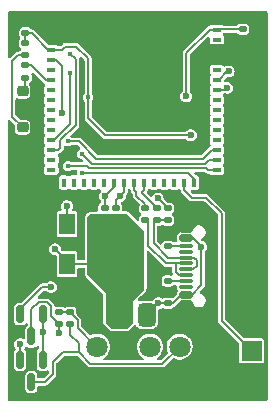
<source format=gbr>
%TF.GenerationSoftware,KiCad,Pcbnew,8.0.6*%
%TF.CreationDate,2024-12-05T18:18:12-05:00*%
%TF.ProjectId,wyt-dongle,7779742d-646f-46e6-976c-652e6b696361,rev?*%
%TF.SameCoordinates,Original*%
%TF.FileFunction,Copper,L1,Top*%
%TF.FilePolarity,Positive*%
%FSLAX46Y46*%
G04 Gerber Fmt 4.6, Leading zero omitted, Abs format (unit mm)*
G04 Created by KiCad (PCBNEW 8.0.6) date 2024-12-05 18:18:12*
%MOMM*%
%LPD*%
G01*
G04 APERTURE LIST*
G04 Aperture macros list*
%AMRoundRect*
0 Rectangle with rounded corners*
0 $1 Rounding radius*
0 $2 $3 $4 $5 $6 $7 $8 $9 X,Y pos of 4 corners*
0 Add a 4 corners polygon primitive as box body*
4,1,4,$2,$3,$4,$5,$6,$7,$8,$9,$2,$3,0*
0 Add four circle primitives for the rounded corners*
1,1,$1+$1,$2,$3*
1,1,$1+$1,$4,$5*
1,1,$1+$1,$6,$7*
1,1,$1+$1,$8,$9*
0 Add four rect primitives between the rounded corners*
20,1,$1+$1,$2,$3,$4,$5,0*
20,1,$1+$1,$4,$5,$6,$7,0*
20,1,$1+$1,$6,$7,$8,$9,0*
20,1,$1+$1,$8,$9,$2,$3,0*%
G04 Aperture macros list end*
%TA.AperFunction,SMDPad,CuDef*%
%ADD10R,1.350000X1.800000*%
%TD*%
%TA.AperFunction,SMDPad,CuDef*%
%ADD11RoundRect,0.135000X-0.185000X0.135000X-0.185000X-0.135000X0.185000X-0.135000X0.185000X0.135000X0*%
%TD*%
%TA.AperFunction,SMDPad,CuDef*%
%ADD12RoundRect,0.140000X-0.170000X0.140000X-0.170000X-0.140000X0.170000X-0.140000X0.170000X0.140000X0*%
%TD*%
%TA.AperFunction,SMDPad,CuDef*%
%ADD13R,1.200000X1.200000*%
%TD*%
%TA.AperFunction,SMDPad,CuDef*%
%ADD14R,0.800000X0.800000*%
%TD*%
%TA.AperFunction,SMDPad,CuDef*%
%ADD15R,0.400000X0.800000*%
%TD*%
%TA.AperFunction,SMDPad,CuDef*%
%ADD16R,0.800000X0.400000*%
%TD*%
%TA.AperFunction,SMDPad,CuDef*%
%ADD17RoundRect,0.140000X0.170000X-0.140000X0.170000X0.140000X-0.170000X0.140000X-0.170000X-0.140000X0*%
%TD*%
%TA.AperFunction,ComponentPad*%
%ADD18O,1.900000X3.050000*%
%TD*%
%TA.AperFunction,ComponentPad*%
%ADD19C,1.800000*%
%TD*%
%TA.AperFunction,ComponentPad*%
%ADD20O,1.700000X1.700000*%
%TD*%
%TA.AperFunction,ComponentPad*%
%ADD21R,1.700000X1.700000*%
%TD*%
%TA.AperFunction,SMDPad,CuDef*%
%ADD22RoundRect,0.135000X0.185000X-0.135000X0.185000X0.135000X-0.185000X0.135000X-0.185000X-0.135000X0*%
%TD*%
%TA.AperFunction,SMDPad,CuDef*%
%ADD23RoundRect,0.218750X0.256250X-0.218750X0.256250X0.218750X-0.256250X0.218750X-0.256250X-0.218750X0*%
%TD*%
%TA.AperFunction,SMDPad,CuDef*%
%ADD24RoundRect,0.150000X-0.150000X0.587500X-0.150000X-0.587500X0.150000X-0.587500X0.150000X0.587500X0*%
%TD*%
%TA.AperFunction,SMDPad,CuDef*%
%ADD25RoundRect,0.375000X0.375000X-0.625000X0.375000X0.625000X-0.375000X0.625000X-0.375000X-0.625000X0*%
%TD*%
%TA.AperFunction,SMDPad,CuDef*%
%ADD26RoundRect,0.500000X1.400000X-0.500000X1.400000X0.500000X-1.400000X0.500000X-1.400000X-0.500000X0*%
%TD*%
%TA.AperFunction,ComponentPad*%
%ADD27O,1.800000X1.000000*%
%TD*%
%TA.AperFunction,ComponentPad*%
%ADD28O,2.100000X1.000000*%
%TD*%
%TA.AperFunction,SMDPad,CuDef*%
%ADD29RoundRect,0.150000X0.425000X-0.150000X0.425000X0.150000X-0.425000X0.150000X-0.425000X-0.150000X0*%
%TD*%
%TA.AperFunction,SMDPad,CuDef*%
%ADD30RoundRect,0.075000X0.500000X-0.075000X0.500000X0.075000X-0.500000X0.075000X-0.500000X-0.075000X0*%
%TD*%
%TA.AperFunction,ViaPad*%
%ADD31C,0.600000*%
%TD*%
%TA.AperFunction,ViaPad*%
%ADD32C,0.450000*%
%TD*%
%TA.AperFunction,Conductor*%
%ADD33C,0.200000*%
%TD*%
%TA.AperFunction,Conductor*%
%ADD34C,0.000000*%
%TD*%
G04 APERTURE END LIST*
D10*
%TO.P,SW2,2,2*%
%TO.N,Net-(U2-IO0)*%
X5525000Y-18500000D03*
%TO.P,SW2,1,1*%
%TO.N,GND*%
X1375000Y-18500000D03*
%TD*%
D11*
%TO.P,R6,2*%
%TO.N,Net-(P1-CC2)*%
X14050000Y-20410000D03*
%TO.P,R6,1*%
%TO.N,GND*%
X14050000Y-19390000D03*
%TD*%
%TO.P,R4,2*%
%TO.N,/RX*%
X4850000Y-27010000D03*
%TO.P,R4,1*%
%TO.N,+5V*%
X4850000Y-25990000D03*
%TD*%
%TO.P,R3,2*%
%TO.N,/TX*%
X5800000Y-27010000D03*
%TO.P,R3,1*%
%TO.N,+5V*%
X5800000Y-25990000D03*
%TD*%
%TO.P,R10,2*%
%TO.N,/D+*%
X13100000Y-18185000D03*
%TO.P,R10,1*%
%TO.N,/D_P*%
X13100000Y-17165000D03*
%TD*%
D12*
%TO.P,C1,2*%
%TO.N,GND*%
X14050000Y-26180000D03*
%TO.P,C1,1*%
%TO.N,+5V*%
X14050000Y-25220000D03*
%TD*%
D11*
%TO.P,R11,2*%
%TO.N,/D+*%
X14050000Y-18185000D03*
%TO.P,R11,1*%
%TO.N,+3.3V*%
X14050000Y-17165000D03*
%TD*%
D13*
%TO.P,U2,73,GND*%
%TO.N,GND*%
X11200000Y-6350000D03*
%TO.P,U2,72,GND*%
X12850000Y-6350000D03*
%TO.P,U2,71,GND*%
X12850000Y-8000000D03*
%TO.P,U2,70,GND*%
X12850000Y-9650000D03*
%TO.P,U2,69,GND*%
X11200000Y-9650000D03*
%TO.P,U2,68,GND*%
X9550000Y-9650000D03*
%TO.P,U2,67,GND*%
X9550000Y-8000000D03*
%TO.P,U2,66,GND*%
X9550000Y-6350000D03*
D14*
%TO.P,U2,65,GND*%
X18200000Y-1000000D03*
%TO.P,U2,64,GND*%
X18200000Y-15000000D03*
%TO.P,U2,63,GND*%
X4200000Y-15000000D03*
%TO.P,U2,62,GND*%
X4200000Y-1000000D03*
D13*
%TO.P,U2,61,GND*%
X11200000Y-8000000D03*
D15*
%TO.P,U2,60,GND*%
X5250000Y-1000000D03*
%TO.P,U2,59,GND*%
X6100000Y-1000000D03*
%TO.P,U2,58,GND*%
X6950000Y-1000000D03*
%TO.P,U2,57,GND*%
X7800000Y-1000000D03*
%TO.P,U2,56,GND*%
X8650000Y-1000000D03*
%TO.P,U2,55,GND*%
X9500000Y-1000000D03*
%TO.P,U2,54,GND*%
X10350000Y-1000000D03*
%TO.P,U2,53,GND*%
X11200000Y-1000000D03*
%TO.P,U2,52,GND*%
X12050000Y-1000000D03*
%TO.P,U2,51,GND*%
X12900000Y-1000000D03*
%TO.P,U2,50,GND*%
X13750000Y-1000000D03*
%TO.P,U2,49,GND*%
X14600000Y-1000000D03*
%TO.P,U2,48,GND*%
X15450000Y-1000000D03*
%TO.P,U2,47,GND*%
X16300000Y-1000000D03*
%TO.P,U2,46,GND*%
X17150000Y-1000000D03*
D16*
%TO.P,U2,45,EN*%
%TO.N,+3.3V*%
X18200000Y-2050000D03*
%TO.P,U2,44,IO46*%
%TO.N,unconnected-(U2-IO46-Pad44)*%
X18200000Y-2900000D03*
%TO.P,U2,43,GND*%
%TO.N,GND*%
X18200000Y-3750000D03*
%TO.P,U2,42,GND*%
X18200000Y-4600000D03*
%TO.P,U2,41,IO45*%
%TO.N,unconnected-(U2-IO45-Pad41)*%
X18200000Y-5450000D03*
%TO.P,U2,40,RXD0*%
%TO.N,/RXD0*%
X18200000Y-6300000D03*
%TO.P,U2,39,TXD0*%
%TO.N,/TXD0*%
X18200000Y-7150000D03*
%TO.P,U2,38,IO42*%
%TO.N,unconnected-(U2-IO42-Pad38)*%
X18200000Y-8000000D03*
%TO.P,U2,37,IO41*%
%TO.N,unconnected-(U2-IO41-Pad37)*%
X18200000Y-8850000D03*
%TO.P,U2,36,IO40*%
%TO.N,unconnected-(U2-IO40-Pad36)*%
X18200000Y-9700000D03*
%TO.P,U2,35,IO39*%
%TO.N,unconnected-(U2-IO39-Pad35)*%
X18200000Y-10550000D03*
%TO.P,U2,34,IO38*%
%TO.N,unconnected-(U2-IO38-Pad34)*%
X18200000Y-11400000D03*
%TO.P,U2,33,IO37*%
%TO.N,/MISO*%
X18200000Y-12250000D03*
%TO.P,U2,32,IO36*%
%TO.N,/SCK*%
X18200000Y-13100000D03*
%TO.P,U2,31,IO35*%
%TO.N,/MOSI*%
X18200000Y-13950000D03*
D15*
%TO.P,U2,30,GND*%
%TO.N,GND*%
X17150000Y-15000000D03*
%TO.P,U2,29,IO34*%
%TO.N,/CS*%
X16300000Y-15000000D03*
%TO.P,U2,28,IO33*%
%TO.N,/IR*%
X15450000Y-15000000D03*
%TO.P,U2,27*%
%TO.N,N/C*%
X14600000Y-15000000D03*
%TO.P,U2,26,IO26*%
%TO.N,unconnected-(U2-IO26-Pad26)*%
X13750000Y-15000000D03*
%TO.P,U2,25,IO21*%
%TO.N,unconnected-(U2-IO21-Pad25)*%
X12900000Y-15000000D03*
%TO.P,U2,24,IO20*%
%TO.N,/D_P*%
X12050000Y-15000000D03*
%TO.P,U2,23,IO19*%
%TO.N,/D_N*%
X11200000Y-15000000D03*
%TO.P,U2,22,IO18*%
%TO.N,/RXD*%
X10350000Y-15000000D03*
%TO.P,U2,21,IO17*%
%TO.N,/TXD*%
X9500000Y-15000000D03*
%TO.P,U2,20,IO16*%
%TO.N,unconnected-(U2-IO16-Pad20)*%
X8650000Y-15000000D03*
%TO.P,U2,19,IO15*%
%TO.N,unconnected-(U2-IO15-Pad19)*%
X7800000Y-15000000D03*
%TO.P,U2,18,IO14*%
%TO.N,unconnected-(U2-IO14-Pad18)*%
X6950000Y-15000000D03*
%TO.P,U2,17,IO13*%
%TO.N,unconnected-(U2-IO13-Pad17)*%
X6100000Y-15000000D03*
%TO.P,U2,16,IO12*%
%TO.N,unconnected-(U2-IO12-Pad16)*%
X5250000Y-15000000D03*
D16*
%TO.P,U2,15,IO11*%
%TO.N,unconnected-(U2-IO11-Pad15)*%
X4200000Y-13950000D03*
%TO.P,U2,14,IO10*%
%TO.N,unconnected-(U2-IO10-Pad14)*%
X4200000Y-13100000D03*
%TO.P,U2,13,IO9*%
%TO.N,/SCL*%
X4200000Y-12250000D03*
%TO.P,U2,12,IO8*%
%TO.N,/SDA*%
X4200000Y-11400000D03*
%TO.P,U2,11,IO7*%
%TO.N,unconnected-(U2-IO7-Pad11)*%
X4200000Y-10550000D03*
%TO.P,U2,10,IO6*%
%TO.N,unconnected-(U2-IO6-Pad10)*%
X4200000Y-9700000D03*
%TO.P,U2,9,IO5*%
%TO.N,unconnected-(U2-IO5-Pad9)*%
X4200000Y-8850000D03*
%TO.P,U2,8,IO4*%
%TO.N,unconnected-(U2-IO4-Pad8)*%
X4200000Y-8000000D03*
%TO.P,U2,7,IO3*%
%TO.N,unconnected-(U2-IO3-Pad7)*%
X4200000Y-7150000D03*
%TO.P,U2,6,IO2*%
%TO.N,Net-(U2-IO2)*%
X4200000Y-6300000D03*
%TO.P,U2,5,IO1*%
%TO.N,unconnected-(U2-IO1-Pad5)*%
X4200000Y-5450000D03*
%TO.P,U2,4,IO0*%
%TO.N,Net-(U2-IO0)*%
X4200000Y-4600000D03*
%TO.P,U2,3,3V3*%
%TO.N,+3.3V*%
X4200000Y-3750000D03*
%TO.P,U2,2,GND*%
%TO.N,GND*%
X4200000Y-2900000D03*
%TO.P,U2,1,GND*%
X4200000Y-2050000D03*
%TD*%
D17*
%TO.P,C2,2*%
%TO.N,GND*%
X7750000Y-17220000D03*
%TO.P,C2,1*%
%TO.N,+3.3V*%
X7750000Y-18180000D03*
%TD*%
D18*
%TO.P,J3,5,Shield*%
%TO.N,GND*%
X5700000Y-31300000D03*
X17400000Y-31300000D03*
D19*
%TO.P,J3,4,GND*%
%TO.N,+5V*%
X8050000Y-28900000D03*
%TO.P,J3,3,D+*%
%TO.N,GND*%
X10550000Y-28900000D03*
%TO.P,J3,2,D-*%
%TO.N,/RX*%
X12550000Y-28900000D03*
%TO.P,J3,1,VBUS*%
%TO.N,/TX*%
X15050000Y-28900000D03*
%TD*%
D20*
%TO.P,J1,2,Pin_2*%
%TO.N,GND*%
X21150000Y-31790000D03*
D21*
%TO.P,J1,1,Pin_1*%
%TO.N,/IR*%
X21150000Y-29250000D03*
%TD*%
D22*
%TO.P,R7,2*%
%TO.N,+3.3V*%
X2000000Y-3190000D03*
%TO.P,R7,1*%
%TO.N,Net-(D1-A)*%
X2000000Y-4210000D03*
%TD*%
D17*
%TO.P,C3,2*%
%TO.N,+3.3V*%
X20400000Y-2020000D03*
%TO.P,C3,1*%
%TO.N,GND*%
X20400000Y-2980000D03*
%TD*%
D11*
%TO.P,R8,2*%
%TO.N,Net-(D2-A)*%
X2000000Y-6110000D03*
%TO.P,R8,1*%
%TO.N,Net-(U2-IO2)*%
X2000000Y-5090000D03*
%TD*%
D22*
%TO.P,R1,2*%
%TO.N,/TXD*%
X8700000Y-17190000D03*
%TO.P,R1,1*%
%TO.N,+3.3V*%
X8700000Y-18210000D03*
%TD*%
D23*
%TO.P,D2,2,A*%
%TO.N,Net-(D2-A)*%
X1750000Y-7262500D03*
%TO.P,D2,1,K*%
%TO.N,GND*%
X1750000Y-8837500D03*
%TD*%
D24*
%TO.P,Q2,3,D*%
%TO.N,/RX*%
X2500000Y-28037500D03*
%TO.P,Q2,2,S*%
%TO.N,/RXD*%
X1550000Y-26162500D03*
%TO.P,Q2,1,G*%
%TO.N,+3.3V*%
X3450000Y-26162500D03*
%TD*%
D22*
%TO.P,R2,2*%
%TO.N,/RXD*%
X9650000Y-17190000D03*
%TO.P,R2,1*%
%TO.N,+3.3V*%
X9650000Y-18210000D03*
%TD*%
D10*
%TO.P,SW1,2,2*%
%TO.N,+3.3V*%
X5525000Y-21900000D03*
%TO.P,SW1,1,1*%
%TO.N,GND*%
X1375000Y-21900000D03*
%TD*%
D25*
%TO.P,U1,3,VI*%
%TO.N,+5V*%
X12250000Y-26200000D03*
D26*
%TO.P,U1,2,VO*%
%TO.N,+3.3V*%
X9950000Y-19900000D03*
D25*
X9950000Y-26200000D03*
%TO.P,U1,1,GND*%
%TO.N,GND*%
X7650000Y-26200000D03*
%TD*%
D27*
%TO.P,P1,S1,SHIELD*%
%TO.N,GND*%
X20375000Y-17780000D03*
D28*
X16195000Y-17780000D03*
D27*
X20375000Y-26420000D03*
D28*
X16195000Y-26420000D03*
D29*
%TO.P,P1,B12,GND*%
X15620000Y-25300000D03*
%TO.P,P1,B9,VBUS*%
%TO.N,+5V*%
X15620000Y-24500000D03*
D30*
%TO.P,P1,B8,SBU2*%
%TO.N,unconnected-(P1-SBU2-PadB8)*%
X15620000Y-23850000D03*
%TO.P,P1,B7,D-*%
%TO.N,/D-*%
X15620000Y-22850000D03*
%TO.P,P1,B6,D+*%
%TO.N,/D+*%
X15620000Y-21350000D03*
%TO.P,P1,B5,CC2*%
%TO.N,Net-(P1-CC2)*%
X15620000Y-20350000D03*
D29*
%TO.P,P1,B4,VBUS*%
%TO.N,+5V*%
X15620000Y-19700000D03*
%TO.P,P1,B1,GND*%
%TO.N,GND*%
X15620000Y-18900000D03*
%TO.P,P1,A12,GND*%
X15620000Y-18900000D03*
%TO.P,P1,A9,VBUS*%
%TO.N,+5V*%
X15620000Y-19700000D03*
D30*
%TO.P,P1,A8,SBU1*%
%TO.N,unconnected-(P1-SBU1-PadA8)*%
X15620000Y-20850000D03*
%TO.P,P1,A7,D-*%
%TO.N,/D-*%
X15620000Y-21850000D03*
%TO.P,P1,A6,D+*%
%TO.N,/D+*%
X15620000Y-22350000D03*
%TO.P,P1,A5,CC1*%
%TO.N,Net-(P1-CC1)*%
X15620000Y-23350000D03*
D29*
%TO.P,P1,A4,VBUS*%
%TO.N,+5V*%
X15620000Y-24500000D03*
%TO.P,P1,A1,GND*%
%TO.N,GND*%
X15620000Y-25300000D03*
%TD*%
D17*
%TO.P,C4,2*%
%TO.N,GND*%
X2000000Y-1370000D03*
%TO.P,C4,1*%
%TO.N,+3.3V*%
X2000000Y-2330000D03*
%TD*%
D23*
%TO.P,D1,2,A*%
%TO.N,Net-(D1-A)*%
X1750000Y-10312500D03*
%TO.P,D1,1,K*%
%TO.N,GND*%
X1750000Y-11887500D03*
%TD*%
D11*
%TO.P,R5,2*%
%TO.N,GND*%
X14050000Y-24360000D03*
%TO.P,R5,1*%
%TO.N,Net-(P1-CC1)*%
X14050000Y-23340000D03*
%TD*%
%TO.P,R9,2*%
%TO.N,/D-*%
X12150000Y-18195000D03*
%TO.P,R9,1*%
%TO.N,/D_N*%
X12150000Y-17175000D03*
%TD*%
D24*
%TO.P,Q1,3,D*%
%TO.N,/TX*%
X2500000Y-31887500D03*
%TO.P,Q1,2,S*%
%TO.N,/TXD*%
X1550000Y-30012500D03*
%TO.P,Q1,1,G*%
%TO.N,+3.3V*%
X3450000Y-30012500D03*
%TD*%
D31*
%TO.N,+5V*%
X13230000Y-25220000D03*
X16900000Y-20450000D03*
%TO.N,GND*%
X15000000Y-2800000D03*
X12800000Y-23150000D03*
X7400000Y-2800000D03*
X10850000Y-16800000D03*
%TO.N,+3.3V*%
X9900000Y-24800000D03*
D32*
X7300000Y-7800000D03*
D31*
X11000000Y-18550000D03*
X4500000Y-20650000D03*
X3450000Y-27650000D03*
X15600000Y-7700000D03*
X16000000Y-11000000D03*
X13200000Y-16350000D03*
%TO.N,/TXD*%
X8700000Y-16150000D03*
X1550000Y-28700000D03*
%TO.N,/RXD*%
X4150000Y-23850000D03*
X10000000Y-16150000D03*
%TO.N,/RX*%
X4850000Y-27700000D03*
%TO.N,Net-(U2-IO0)*%
X5513235Y-16988235D03*
X5100000Y-9100000D03*
%TO.N,/TXD0*%
X19100000Y-7000000D03*
%TO.N,/RXD0*%
X19200000Y-5600000D03*
D32*
%TO.N,/CS*%
X6800000Y-14174998D03*
%TO.N,/SDA*%
X5750000Y-5700000D03*
%TO.N,/MISO*%
X5604075Y-11504075D03*
%TO.N,/MOSI*%
X5600000Y-13600000D03*
%TO.N,/SCK*%
X6800000Y-12600000D03*
%TO.N,/SCL*%
X5800000Y-4100000D03*
%TD*%
D33*
%TO.N,/SCL*%
X5800000Y-4100000D02*
X6275000Y-4575000D01*
X6275000Y-4575000D02*
X6275000Y-10090686D01*
X4957843Y-11407843D02*
X4957843Y-12042157D01*
X4750000Y-12250000D02*
X4200000Y-12250000D01*
X6275000Y-10090686D02*
X4957843Y-11407843D01*
X4957843Y-12042157D02*
X4750000Y-12250000D01*
%TO.N,/SDA*%
X5750000Y-5700000D02*
X5750000Y-10050000D01*
X5750000Y-10050000D02*
X4400000Y-11400000D01*
X4400000Y-11400000D02*
X4200000Y-11400000D01*
%TO.N,+5V*%
X16900000Y-20405001D02*
X16194999Y-19700000D01*
X6420000Y-26670000D02*
X6420000Y-27320000D01*
X4850000Y-25990000D02*
X5740000Y-25990000D01*
X5740000Y-25990000D02*
X6420000Y-26670000D01*
X13230000Y-25220000D02*
X12250000Y-26200000D01*
X16194999Y-19700000D02*
X15620000Y-19700000D01*
X14050000Y-25220000D02*
X13230000Y-25220000D01*
X6420000Y-27320000D02*
X8000000Y-28900000D01*
X16900000Y-20450000D02*
X16900000Y-20405001D01*
X16900000Y-20450000D02*
X16900000Y-23700000D01*
X16100000Y-24500000D02*
X15620000Y-24500000D01*
X16900000Y-23700000D02*
X16100000Y-24500000D01*
X8000000Y-28900000D02*
X8050000Y-28900000D01*
X15204448Y-24500000D02*
X15620000Y-24500000D01*
X14050000Y-25220000D02*
X14484448Y-25220000D01*
X14484448Y-25220000D02*
X15204448Y-24500000D01*
%TO.N,+3.3V*%
X7300000Y-4500000D02*
X6300000Y-3500000D01*
X15600000Y-4075000D02*
X17625000Y-2050000D01*
X4500000Y-20650000D02*
X5525000Y-21675000D01*
X7300000Y-7800000D02*
X7300000Y-9550000D01*
X5525000Y-21675000D02*
X5525000Y-21900000D01*
X13200000Y-16350000D02*
X13235000Y-16350000D01*
X5100000Y-3750000D02*
X4200000Y-3750000D01*
X3450000Y-27650000D02*
X3450000Y-30012500D01*
X8750000Y-11000000D02*
X16000000Y-11000000D01*
X7300000Y-9550000D02*
X8750000Y-11000000D01*
X17625000Y-2050000D02*
X18200000Y-2050000D01*
X2530000Y-2330000D02*
X2000000Y-2330000D01*
X13235000Y-16350000D02*
X14050000Y-17165000D01*
X2000000Y-3190000D02*
X2000000Y-2330000D01*
X20400000Y-2020000D02*
X18230000Y-2020000D01*
X5350000Y-3500000D02*
X5100000Y-3750000D01*
X3450000Y-27650000D02*
X3450000Y-26162500D01*
X3950000Y-3750000D02*
X2530000Y-2330000D01*
X15600000Y-7700000D02*
X15600000Y-4075000D01*
X7300000Y-7800000D02*
X7300000Y-4500000D01*
X4200000Y-3750000D02*
X3950000Y-3750000D01*
X18230000Y-2020000D02*
X18200000Y-2050000D01*
X6300000Y-3500000D02*
X5350000Y-3500000D01*
X5525000Y-21900000D02*
X7350000Y-21900000D01*
%TO.N,/TX*%
X5800000Y-27010000D02*
X5800000Y-27900000D01*
X6500000Y-28600000D02*
X6500000Y-29350000D01*
X4300000Y-30200000D02*
X4300000Y-31250000D01*
X13600000Y-30350000D02*
X7500000Y-30350000D01*
X3662500Y-31887500D02*
X2500000Y-31887500D01*
X15050000Y-28900000D02*
X13600000Y-30350000D01*
X5150000Y-29350000D02*
X4300000Y-30200000D01*
X5800000Y-27900000D02*
X6500000Y-28600000D01*
X6500000Y-29350000D02*
X5150000Y-29350000D01*
X7500000Y-30350000D02*
X6500000Y-29350000D01*
X4300000Y-31250000D02*
X3662500Y-31887500D01*
%TO.N,/TXD*%
X9500000Y-15350000D02*
X9500000Y-15000000D01*
X8700000Y-16150000D02*
X9500000Y-15350000D01*
X8700000Y-16150000D02*
X8700000Y-17190000D01*
X1550000Y-28700000D02*
X1550000Y-30012500D01*
%TO.N,/RXD*%
X10350000Y-15800000D02*
X10350000Y-15000000D01*
X9650000Y-16500000D02*
X9650000Y-17190000D01*
X4150000Y-23850000D02*
X3400000Y-23850000D01*
X10000000Y-16150000D02*
X10350000Y-15800000D01*
X1550000Y-25700000D02*
X1550000Y-26162500D01*
X3400000Y-23850000D02*
X1550000Y-25700000D01*
X10000000Y-16150000D02*
X9650000Y-16500000D01*
%TO.N,/RX*%
X4850000Y-27700000D02*
X4850000Y-27010000D01*
X2500000Y-25734448D02*
X2500000Y-28037500D01*
X4850000Y-27010000D02*
X4150000Y-26310000D01*
X3109448Y-25125000D02*
X2500000Y-25734448D01*
X4150000Y-26310000D02*
X4150000Y-25484448D01*
X4150000Y-25484448D02*
X3790552Y-25125000D01*
X3790552Y-25125000D02*
X3109448Y-25125000D01*
%TO.N,/D+*%
X13100000Y-18185000D02*
X14050000Y-18185000D01*
X16227410Y-22350000D02*
X15620000Y-22350000D01*
X12845001Y-20151801D02*
X14068200Y-21375000D01*
X16500000Y-21600000D02*
X16500000Y-22077410D01*
X16250000Y-21350000D02*
X16500000Y-21600000D01*
X16500000Y-22077410D02*
X16227410Y-22350000D01*
X14732499Y-21375000D02*
X14757499Y-21350000D01*
X14757499Y-21350000D02*
X15620000Y-21350000D01*
X14068200Y-21375000D02*
X14732499Y-21375000D01*
X15620000Y-21350000D02*
X16250000Y-21350000D01*
X12845001Y-18439999D02*
X12845001Y-20151801D01*
X13100000Y-18185000D02*
X12845001Y-18439999D01*
%TO.N,Net-(U2-IO0)*%
X4550000Y-4600000D02*
X4200000Y-4600000D01*
X5100000Y-9100000D02*
X5100000Y-5150000D01*
X5100000Y-5150000D02*
X4550000Y-4600000D01*
X5513235Y-16988235D02*
X5525000Y-17000000D01*
X5525000Y-17000000D02*
X5525000Y-18500000D01*
%TO.N,/D-*%
X15012590Y-22850000D02*
X14745000Y-22582410D01*
X12394999Y-20338199D02*
X13881800Y-21825000D01*
X12150000Y-18195000D02*
X12394999Y-18439999D01*
X12394999Y-18439999D02*
X12394999Y-20338199D01*
X14732499Y-21825000D02*
X14757499Y-21850000D01*
X15620000Y-22850000D02*
X15012590Y-22850000D01*
X14745000Y-22582410D02*
X14745000Y-21862499D01*
X13881800Y-21825000D02*
X14732499Y-21825000D01*
X14757499Y-21850000D02*
X15620000Y-21850000D01*
X14745000Y-21862499D02*
X14757499Y-21850000D01*
%TO.N,/TXD0*%
X19100000Y-7000000D02*
X18950000Y-7150000D01*
X18950000Y-7150000D02*
X18200000Y-7150000D01*
%TO.N,/RXD0*%
X18400000Y-6300000D02*
X18200000Y-6300000D01*
X19200000Y-5600000D02*
X19100000Y-5600000D01*
X19100000Y-5600000D02*
X18400000Y-6300000D01*
%TO.N,/IR*%
X15450000Y-15000000D02*
X15450000Y-15650000D01*
X18600000Y-17600000D02*
X18600000Y-26700000D01*
X16100000Y-16300000D02*
X17300000Y-16300000D01*
X17300000Y-16300000D02*
X18600000Y-17600000D01*
X15450000Y-15650000D02*
X16100000Y-16300000D01*
X18600000Y-26700000D02*
X21150000Y-29250000D01*
%TO.N,Net-(D1-A)*%
X850000Y-9412500D02*
X1750000Y-10312500D01*
X850000Y-4750000D02*
X850000Y-9412500D01*
X1390000Y-4210000D02*
X850000Y-4750000D01*
X2000000Y-4210000D02*
X1390000Y-4210000D01*
%TO.N,Net-(D2-A)*%
X2000000Y-7012500D02*
X1750000Y-7262500D01*
X2000000Y-6110000D02*
X2000000Y-7012500D01*
D34*
%TO.N,Net-(U2-IO2)*%
X1700000Y-5200000D02*
X1787502Y-5200000D01*
D33*
X3700000Y-6300000D02*
X4200000Y-6300000D01*
X2000000Y-5090000D02*
X2490000Y-5090000D01*
X2490000Y-5090000D02*
X3700000Y-6300000D01*
D34*
X1787502Y-5200000D02*
X1868751Y-5118751D01*
D33*
%TO.N,/D_N*%
X12150000Y-16851397D02*
X11400000Y-16101397D01*
X11200000Y-15600001D02*
X11200000Y-15000000D01*
X11400000Y-16101397D02*
X11400000Y-15800001D01*
X11400000Y-15800001D02*
X11200000Y-15600001D01*
X12150000Y-17175000D02*
X12150000Y-16851397D01*
%TO.N,/D_P*%
X11850000Y-15915000D02*
X11850000Y-15800001D01*
X11850000Y-15800001D02*
X12050000Y-15600001D01*
X13100000Y-17165000D02*
X11850000Y-15915000D01*
X12050000Y-15600001D02*
X12050000Y-15000000D01*
%TO.N,Net-(P1-CC1)*%
X14060000Y-23350000D02*
X14050000Y-23340000D01*
X15620000Y-23350000D02*
X14060000Y-23350000D01*
%TO.N,Net-(P1-CC2)*%
X14050000Y-20410000D02*
X14110000Y-20350000D01*
X14110000Y-20350000D02*
X15517500Y-20350000D01*
%TO.N,/CS*%
X16300000Y-14700000D02*
X16300000Y-15000000D01*
X6800000Y-14174998D02*
X6825002Y-14200000D01*
X6825002Y-14200000D02*
X15800000Y-14200000D01*
X15800000Y-14200000D02*
X16300000Y-14700000D01*
%TO.N,/MOSI*%
X7200000Y-13600000D02*
X7400000Y-13800000D01*
X17450000Y-13950000D02*
X18200000Y-13950000D01*
X7400000Y-13800000D02*
X17300000Y-13800000D01*
X17300000Y-13800000D02*
X17450000Y-13950000D01*
X5600000Y-13600000D02*
X7200000Y-13600000D01*
%TO.N,/SCK*%
X17500000Y-13100000D02*
X18200000Y-13100000D01*
X7600000Y-13400000D02*
X17200000Y-13400000D01*
X17200000Y-13400000D02*
X17500000Y-13100000D01*
X6800000Y-12600000D02*
X7600000Y-13400000D01*
%TO.N,/MISO*%
X17784314Y-12250000D02*
X18200000Y-12250000D01*
X17034314Y-13000000D02*
X17784314Y-12250000D01*
X8000000Y-13000000D02*
X17034314Y-13000000D01*
X6504075Y-11504075D02*
X8000000Y-13000000D01*
X5604075Y-11504075D02*
X6504075Y-11504075D01*
%TD*%
%TA.AperFunction,Conductor*%
%TO.N,+3.3V*%
G36*
X8417377Y-17653170D02*
G01*
X8417422Y-17652830D01*
X8475683Y-17660500D01*
X8475684Y-17660500D01*
X8924317Y-17660500D01*
X8982578Y-17652830D01*
X8982622Y-17653170D01*
X9004833Y-17650000D01*
X9345167Y-17650000D01*
X9367377Y-17653170D01*
X9367422Y-17652830D01*
X9425683Y-17660500D01*
X9425684Y-17660500D01*
X9874317Y-17660500D01*
X9932578Y-17652830D01*
X9932622Y-17653170D01*
X9954833Y-17650000D01*
X10523638Y-17650000D01*
X10590677Y-17669685D01*
X10611319Y-17686319D01*
X12013681Y-19088681D01*
X12047166Y-19150004D01*
X12050000Y-19176362D01*
X12050000Y-23998638D01*
X12030315Y-24065677D01*
X12013681Y-24086319D01*
X11100000Y-24999999D01*
X11100000Y-26823638D01*
X11080315Y-26890677D01*
X11063681Y-26911319D01*
X10611319Y-27363681D01*
X10549996Y-27397166D01*
X10523638Y-27400000D01*
X9376362Y-27400000D01*
X9309323Y-27380315D01*
X9288681Y-27363681D01*
X8836319Y-26911319D01*
X8802834Y-26849996D01*
X8800000Y-26823638D01*
X8800000Y-24424999D01*
X7284273Y-22835931D01*
X7252245Y-22773834D01*
X7250000Y-22750345D01*
X7250000Y-17926361D01*
X7269685Y-17859322D01*
X7286309Y-17838690D01*
X7394712Y-17730287D01*
X7456029Y-17696806D01*
X7498572Y-17695033D01*
X7540099Y-17700500D01*
X7959900Y-17700499D01*
X8009487Y-17693972D01*
X8078870Y-17661617D01*
X8131275Y-17650000D01*
X8395167Y-17650000D01*
X8417377Y-17653170D01*
G37*
%TD.AperFunction*%
%TD*%
%TA.AperFunction,Conductor*%
%TO.N,GND*%
G36*
X22442539Y-520185D02*
G01*
X22488294Y-572989D01*
X22499500Y-624500D01*
X22499500Y-33375500D01*
X22479815Y-33442539D01*
X22427011Y-33488294D01*
X22375500Y-33499500D01*
X624500Y-33499500D01*
X557461Y-33479815D01*
X511706Y-33427011D01*
X500500Y-33375500D01*
X500500Y-28700000D01*
X1044353Y-28700000D01*
X1064834Y-28842456D01*
X1124622Y-28973371D01*
X1124623Y-28973373D01*
X1156409Y-29010056D01*
X1185434Y-29073612D01*
X1175490Y-29142771D01*
X1150378Y-29178939D01*
X1110803Y-29218514D01*
X1059426Y-29323608D01*
X1049500Y-29391739D01*
X1049500Y-30633260D01*
X1059426Y-30701391D01*
X1110803Y-30806485D01*
X1193514Y-30889196D01*
X1193515Y-30889196D01*
X1193517Y-30889198D01*
X1298607Y-30940573D01*
X1332673Y-30945536D01*
X1366739Y-30950500D01*
X1366740Y-30950500D01*
X1733261Y-30950500D01*
X1755971Y-30947191D01*
X1801393Y-30940573D01*
X1906483Y-30889198D01*
X1989198Y-30806483D01*
X2040573Y-30701393D01*
X2050500Y-30633260D01*
X2050500Y-29391740D01*
X2040573Y-29323607D01*
X1989198Y-29218517D01*
X1989196Y-29218515D01*
X1989196Y-29218514D01*
X1949622Y-29178940D01*
X1916137Y-29117617D01*
X1921121Y-29047925D01*
X1943588Y-29010059D01*
X1975377Y-28973373D01*
X1975379Y-28973367D01*
X1980171Y-28965913D01*
X1981304Y-28966641D01*
X2021021Y-28920802D01*
X2088060Y-28901114D01*
X2142526Y-28913713D01*
X2143515Y-28914196D01*
X2143517Y-28914198D01*
X2248607Y-28965573D01*
X2282673Y-28970536D01*
X2316739Y-28975500D01*
X2316740Y-28975500D01*
X2683261Y-28975500D01*
X2705971Y-28972191D01*
X2751393Y-28965573D01*
X2856483Y-28914198D01*
X2870682Y-28899999D01*
X2937819Y-28832863D01*
X2999142Y-28799378D01*
X3068834Y-28804362D01*
X3124767Y-28846234D01*
X3149184Y-28911698D01*
X3149500Y-28920544D01*
X3149500Y-29032002D01*
X3129815Y-29099041D01*
X3097555Y-29132918D01*
X3093516Y-29135801D01*
X3010803Y-29218514D01*
X2959426Y-29323608D01*
X2949500Y-29391739D01*
X2949500Y-30633260D01*
X2959426Y-30701391D01*
X3010803Y-30806485D01*
X3093514Y-30889196D01*
X3093515Y-30889196D01*
X3093517Y-30889198D01*
X3198607Y-30940573D01*
X3232673Y-30945536D01*
X3266739Y-30950500D01*
X3266740Y-30950500D01*
X3633261Y-30950500D01*
X3655971Y-30947191D01*
X3701393Y-30940573D01*
X3806483Y-30889198D01*
X3806483Y-30889197D01*
X3815714Y-30884685D01*
X3816724Y-30886752D01*
X3869440Y-30868431D01*
X3937361Y-30884816D01*
X3985642Y-30935321D01*
X3999500Y-30992283D01*
X3999500Y-31074167D01*
X3979815Y-31141206D01*
X3963181Y-31161848D01*
X3574348Y-31550681D01*
X3513025Y-31584166D01*
X3486667Y-31587000D01*
X3124500Y-31587000D01*
X3057461Y-31567315D01*
X3011706Y-31514511D01*
X3000500Y-31463000D01*
X3000500Y-31266739D01*
X2990573Y-31198608D01*
X2990573Y-31198607D01*
X2939198Y-31093517D01*
X2939196Y-31093515D01*
X2939196Y-31093514D01*
X2856485Y-31010803D01*
X2818601Y-30992283D01*
X2751393Y-30959427D01*
X2751391Y-30959426D01*
X2683261Y-30949500D01*
X2683260Y-30949500D01*
X2316740Y-30949500D01*
X2316739Y-30949500D01*
X2248608Y-30959426D01*
X2143514Y-31010803D01*
X2060803Y-31093514D01*
X2009426Y-31198608D01*
X1999500Y-31266739D01*
X1999500Y-32508260D01*
X2009426Y-32576391D01*
X2060803Y-32681485D01*
X2143514Y-32764196D01*
X2143515Y-32764196D01*
X2143517Y-32764198D01*
X2248607Y-32815573D01*
X2282673Y-32820536D01*
X2316739Y-32825500D01*
X2316740Y-32825500D01*
X2683261Y-32825500D01*
X2705971Y-32822191D01*
X2751393Y-32815573D01*
X2856483Y-32764198D01*
X2939198Y-32681483D01*
X2990573Y-32576393D01*
X3000500Y-32508260D01*
X3000500Y-32312000D01*
X3020185Y-32244961D01*
X3072989Y-32199206D01*
X3124500Y-32188000D01*
X3702060Y-32188000D01*
X3702062Y-32188000D01*
X3778489Y-32167521D01*
X3847011Y-32127960D01*
X3902960Y-32072011D01*
X4540460Y-31434511D01*
X4580021Y-31365989D01*
X4600500Y-31289562D01*
X4600500Y-30375833D01*
X4620185Y-30308794D01*
X4636819Y-30288152D01*
X5238152Y-29686819D01*
X5299475Y-29653334D01*
X5325833Y-29650500D01*
X6324167Y-29650500D01*
X6391206Y-29670185D01*
X6411848Y-29686819D01*
X7315489Y-30590460D01*
X7374829Y-30624720D01*
X7384008Y-30630020D01*
X7384012Y-30630022D01*
X7460438Y-30650500D01*
X7460440Y-30650500D01*
X13639560Y-30650500D01*
X13639562Y-30650500D01*
X13715989Y-30630021D01*
X13784511Y-30590460D01*
X13840460Y-30534511D01*
X14448522Y-29926447D01*
X14509843Y-29892964D01*
X14579534Y-29897948D01*
X14580992Y-29898501D01*
X14747544Y-29963024D01*
X14948024Y-30000500D01*
X14948026Y-30000500D01*
X15151974Y-30000500D01*
X15151976Y-30000500D01*
X15352456Y-29963024D01*
X15542637Y-29889348D01*
X15716041Y-29781981D01*
X15866764Y-29644579D01*
X15989673Y-29481821D01*
X16080582Y-29299250D01*
X16136397Y-29103083D01*
X16155215Y-28900000D01*
X16143709Y-28775833D01*
X16136397Y-28696917D01*
X16096741Y-28557543D01*
X16080582Y-28500750D01*
X15989673Y-28318179D01*
X15900051Y-28199500D01*
X15866762Y-28155418D01*
X15716041Y-28018019D01*
X15716039Y-28018017D01*
X15542642Y-27910655D01*
X15542635Y-27910651D01*
X15366604Y-27842457D01*
X15352456Y-27836976D01*
X15151976Y-27799500D01*
X14948024Y-27799500D01*
X14747544Y-27836976D01*
X14747541Y-27836976D01*
X14747541Y-27836977D01*
X14557364Y-27910651D01*
X14557357Y-27910655D01*
X14383960Y-28018017D01*
X14383958Y-28018019D01*
X14233237Y-28155418D01*
X14110327Y-28318178D01*
X14019422Y-28500739D01*
X14019417Y-28500752D01*
X13963602Y-28696917D01*
X13944785Y-28899999D01*
X13944785Y-28900000D01*
X13963602Y-29103082D01*
X13972912Y-29135801D01*
X14019417Y-29299247D01*
X14019419Y-29299252D01*
X14048247Y-29357149D01*
X14060507Y-29425935D01*
X14033633Y-29490429D01*
X14024927Y-29500100D01*
X13511848Y-30013181D01*
X13450525Y-30046666D01*
X13424167Y-30049500D01*
X13219798Y-30049500D01*
X13152759Y-30029815D01*
X13107004Y-29977011D01*
X13097060Y-29907853D01*
X13126085Y-29844297D01*
X13154520Y-29820073D01*
X13216041Y-29781981D01*
X13366764Y-29644579D01*
X13489673Y-29481821D01*
X13580582Y-29299250D01*
X13636397Y-29103083D01*
X13655215Y-28900000D01*
X13643709Y-28775833D01*
X13636397Y-28696917D01*
X13596741Y-28557543D01*
X13580582Y-28500750D01*
X13489673Y-28318179D01*
X13400051Y-28199500D01*
X13366762Y-28155418D01*
X13216041Y-28018019D01*
X13216039Y-28018017D01*
X13042642Y-27910655D01*
X13042635Y-27910651D01*
X12866604Y-27842457D01*
X12852456Y-27836976D01*
X12651976Y-27799500D01*
X12448024Y-27799500D01*
X12247544Y-27836976D01*
X12247541Y-27836976D01*
X12247541Y-27836977D01*
X12057364Y-27910651D01*
X12057357Y-27910655D01*
X11883960Y-28018017D01*
X11883958Y-28018019D01*
X11733237Y-28155418D01*
X11610327Y-28318178D01*
X11519422Y-28500739D01*
X11519417Y-28500752D01*
X11463602Y-28696917D01*
X11444785Y-28899999D01*
X11444785Y-28900000D01*
X11463602Y-29103082D01*
X11519417Y-29299247D01*
X11519422Y-29299260D01*
X11610327Y-29481821D01*
X11733237Y-29644581D01*
X11862898Y-29762782D01*
X11883959Y-29781981D01*
X11945480Y-29820073D01*
X11992115Y-29872101D01*
X12003219Y-29941083D01*
X11975266Y-30005117D01*
X11917131Y-30043873D01*
X11880202Y-30049500D01*
X8719798Y-30049500D01*
X8652759Y-30029815D01*
X8607004Y-29977011D01*
X8597060Y-29907853D01*
X8626085Y-29844297D01*
X8654520Y-29820073D01*
X8716041Y-29781981D01*
X8866764Y-29644579D01*
X8989673Y-29481821D01*
X9080582Y-29299250D01*
X9136397Y-29103083D01*
X9155215Y-28900000D01*
X9143709Y-28775833D01*
X9136397Y-28696917D01*
X9096741Y-28557543D01*
X9080582Y-28500750D01*
X8989673Y-28318179D01*
X8900051Y-28199500D01*
X8866762Y-28155418D01*
X8716041Y-28018019D01*
X8716039Y-28018017D01*
X8542642Y-27910655D01*
X8542635Y-27910651D01*
X8366604Y-27842457D01*
X8352456Y-27836976D01*
X8151976Y-27799500D01*
X7948024Y-27799500D01*
X7747544Y-27836976D01*
X7747541Y-27836976D01*
X7747541Y-27836977D01*
X7557354Y-27910655D01*
X7555956Y-27911352D01*
X7555216Y-27911483D01*
X7552018Y-27912723D01*
X7551775Y-27912097D01*
X7487171Y-27923613D01*
X7422676Y-27896740D01*
X7413004Y-27888033D01*
X6756819Y-27231848D01*
X6723334Y-27170525D01*
X6720500Y-27144167D01*
X6720500Y-26630439D01*
X6720500Y-26630438D01*
X6700021Y-26554011D01*
X6682791Y-26524167D01*
X6660464Y-26485495D01*
X6660458Y-26485487D01*
X6356819Y-26181848D01*
X6323334Y-26120525D01*
X6320500Y-26094167D01*
X6320500Y-25815683D01*
X6314068Y-25766828D01*
X6314068Y-25766827D01*
X6264065Y-25659596D01*
X6180404Y-25575935D01*
X6073173Y-25525932D01*
X6073171Y-25525931D01*
X6073172Y-25525931D01*
X6024317Y-25519500D01*
X6024316Y-25519500D01*
X5575684Y-25519500D01*
X5575683Y-25519500D01*
X5526828Y-25525931D01*
X5419595Y-25575935D01*
X5412681Y-25582850D01*
X5351358Y-25616335D01*
X5281666Y-25611351D01*
X5237319Y-25582850D01*
X5230404Y-25575935D01*
X5195294Y-25559563D01*
X5123173Y-25525932D01*
X5123171Y-25525931D01*
X5123172Y-25525931D01*
X5074317Y-25519500D01*
X5074316Y-25519500D01*
X4625684Y-25519500D01*
X4597486Y-25523212D01*
X4583593Y-25525041D01*
X4514558Y-25514273D01*
X4462303Y-25467892D01*
X4447636Y-25434199D01*
X4430021Y-25368459D01*
X4415533Y-25343365D01*
X4390464Y-25299943D01*
X4390458Y-25299935D01*
X4334511Y-25243988D01*
X3975065Y-24884541D01*
X3975063Y-24884539D01*
X3970115Y-24881683D01*
X3970115Y-24881682D01*
X3970113Y-24881682D01*
X3906544Y-24844980D01*
X3906545Y-24844980D01*
X3897512Y-24842559D01*
X3830114Y-24824500D01*
X3149833Y-24824500D01*
X3082794Y-24804815D01*
X3037039Y-24752011D01*
X3027095Y-24682853D01*
X3056120Y-24619297D01*
X3062152Y-24612819D01*
X3488152Y-24186819D01*
X3549475Y-24153334D01*
X3575833Y-24150500D01*
X3691499Y-24150500D01*
X3758538Y-24170185D01*
X3785211Y-24193296D01*
X3818872Y-24232143D01*
X3939947Y-24309953D01*
X3939950Y-24309954D01*
X3939949Y-24309954D01*
X4078036Y-24350499D01*
X4078038Y-24350500D01*
X4078039Y-24350500D01*
X4221962Y-24350500D01*
X4221962Y-24350499D01*
X4360053Y-24309953D01*
X4481128Y-24232143D01*
X4575377Y-24123373D01*
X4635165Y-23992457D01*
X4655647Y-23850000D01*
X4635165Y-23707543D01*
X4575377Y-23576627D01*
X4481128Y-23467857D01*
X4360053Y-23390047D01*
X4360051Y-23390046D01*
X4360049Y-23390045D01*
X4360050Y-23390045D01*
X4221963Y-23349500D01*
X4221961Y-23349500D01*
X4078039Y-23349500D01*
X4078036Y-23349500D01*
X3939949Y-23390045D01*
X3818873Y-23467856D01*
X3785212Y-23506703D01*
X3726433Y-23544477D01*
X3691499Y-23549500D01*
X3360438Y-23549500D01*
X3329867Y-23557691D01*
X3284008Y-23569979D01*
X3284007Y-23569980D01*
X3248538Y-23590459D01*
X3215492Y-23609537D01*
X3215487Y-23609541D01*
X1636848Y-25188181D01*
X1575525Y-25221666D01*
X1549167Y-25224500D01*
X1366739Y-25224500D01*
X1298608Y-25234426D01*
X1193514Y-25285803D01*
X1110803Y-25368514D01*
X1059426Y-25473608D01*
X1049500Y-25541739D01*
X1049500Y-26783260D01*
X1059426Y-26851391D01*
X1110803Y-26956485D01*
X1193514Y-27039196D01*
X1193515Y-27039196D01*
X1193517Y-27039198D01*
X1298607Y-27090573D01*
X1332673Y-27095536D01*
X1366739Y-27100500D01*
X1366740Y-27100500D01*
X1733261Y-27100500D01*
X1755971Y-27097191D01*
X1801393Y-27090573D01*
X1906483Y-27039198D01*
X1935876Y-27009805D01*
X1987819Y-26957863D01*
X2049142Y-26924378D01*
X2118834Y-26929362D01*
X2174767Y-26971234D01*
X2199184Y-27036698D01*
X2199500Y-27045544D01*
X2199500Y-27057002D01*
X2179815Y-27124041D01*
X2147555Y-27157918D01*
X2143516Y-27160801D01*
X2060803Y-27243514D01*
X2009426Y-27348608D01*
X1999500Y-27416739D01*
X1999500Y-28166841D01*
X1979815Y-28233880D01*
X1927011Y-28279635D01*
X1857853Y-28289579D01*
X1808461Y-28271157D01*
X1784017Y-28255448D01*
X1760053Y-28240047D01*
X1760051Y-28240046D01*
X1760049Y-28240045D01*
X1760050Y-28240045D01*
X1621963Y-28199500D01*
X1621961Y-28199500D01*
X1478039Y-28199500D01*
X1478036Y-28199500D01*
X1339949Y-28240045D01*
X1218873Y-28317856D01*
X1124623Y-28426626D01*
X1124622Y-28426628D01*
X1064834Y-28557543D01*
X1044353Y-28700000D01*
X500500Y-28700000D01*
X500500Y-17580247D01*
X4649500Y-17580247D01*
X4649500Y-19419752D01*
X4661131Y-19478229D01*
X4661132Y-19478230D01*
X4705447Y-19544552D01*
X4771769Y-19588867D01*
X4771770Y-19588868D01*
X4830247Y-19600499D01*
X4830250Y-19600500D01*
X4830252Y-19600500D01*
X6219750Y-19600500D01*
X6219751Y-19600499D01*
X6234568Y-19597552D01*
X6278229Y-19588868D01*
X6278229Y-19588867D01*
X6278231Y-19588867D01*
X6344552Y-19544552D01*
X6388867Y-19478231D01*
X6388867Y-19478229D01*
X6388868Y-19478229D01*
X6400499Y-19419752D01*
X6400500Y-19419750D01*
X6400500Y-17580249D01*
X6400499Y-17580247D01*
X6388868Y-17521770D01*
X6388867Y-17521769D01*
X6344552Y-17455447D01*
X6278230Y-17411132D01*
X6278229Y-17411131D01*
X6219752Y-17399500D01*
X6219748Y-17399500D01*
X6068587Y-17399500D01*
X6001548Y-17379815D01*
X5955793Y-17327011D01*
X5945849Y-17257853D01*
X5955793Y-17223988D01*
X5998400Y-17130691D01*
X6014935Y-17015684D01*
X6018882Y-16988235D01*
X5998400Y-16845778D01*
X5938612Y-16714862D01*
X5844363Y-16606092D01*
X5723288Y-16528282D01*
X5723286Y-16528281D01*
X5723284Y-16528280D01*
X5723285Y-16528280D01*
X5585198Y-16487735D01*
X5585196Y-16487735D01*
X5441274Y-16487735D01*
X5441271Y-16487735D01*
X5303184Y-16528280D01*
X5182108Y-16606091D01*
X5182107Y-16606091D01*
X5182107Y-16606092D01*
X5175482Y-16613738D01*
X5087858Y-16714861D01*
X5087857Y-16714863D01*
X5028069Y-16845778D01*
X5007588Y-16988235D01*
X5028069Y-17130691D01*
X5070677Y-17223988D01*
X5080621Y-17293147D01*
X5051596Y-17356703D01*
X4992818Y-17394477D01*
X4957883Y-17399500D01*
X4830247Y-17399500D01*
X4771770Y-17411131D01*
X4771769Y-17411132D01*
X4705447Y-17455447D01*
X4661132Y-17521769D01*
X4661131Y-17521770D01*
X4649500Y-17580247D01*
X500500Y-17580247D01*
X500500Y-9787333D01*
X520185Y-9720294D01*
X572989Y-9674539D01*
X642147Y-9664595D01*
X705703Y-9693620D01*
X712181Y-9699652D01*
X1038181Y-10025652D01*
X1071666Y-10086975D01*
X1074500Y-10113333D01*
X1074500Y-10564251D01*
X1090047Y-10662417D01*
X1098912Y-10679815D01*
X1150342Y-10780751D01*
X1150344Y-10780753D01*
X1150346Y-10780756D01*
X1244243Y-10874653D01*
X1244245Y-10874654D01*
X1244249Y-10874658D01*
X1362580Y-10934951D01*
X1362581Y-10934951D01*
X1362583Y-10934952D01*
X1362582Y-10934952D01*
X1460749Y-10950500D01*
X1460754Y-10950500D01*
X2039251Y-10950500D01*
X2137417Y-10934952D01*
X2137418Y-10934951D01*
X2137420Y-10934951D01*
X2255751Y-10874658D01*
X2349658Y-10780751D01*
X2409951Y-10662420D01*
X2409951Y-10662418D01*
X2409952Y-10662417D01*
X2425500Y-10564251D01*
X2425500Y-10060748D01*
X2409952Y-9962582D01*
X2391072Y-9925529D01*
X2349658Y-9844249D01*
X2349654Y-9844245D01*
X2349653Y-9844243D01*
X2255756Y-9750346D01*
X2255753Y-9750344D01*
X2255751Y-9750342D01*
X2137420Y-9690049D01*
X2137419Y-9690048D01*
X2137416Y-9690047D01*
X2137417Y-9690047D01*
X2039251Y-9674500D01*
X2039246Y-9674500D01*
X1588333Y-9674500D01*
X1521294Y-9654815D01*
X1500652Y-9638181D01*
X1186819Y-9324348D01*
X1153334Y-9263025D01*
X1150500Y-9236667D01*
X1150500Y-7979240D01*
X1170185Y-7912201D01*
X1222989Y-7866446D01*
X1292147Y-7856502D01*
X1330796Y-7868756D01*
X1362580Y-7884951D01*
X1362582Y-7884952D01*
X1460749Y-7900500D01*
X1460754Y-7900500D01*
X2039251Y-7900500D01*
X2137417Y-7884952D01*
X2137418Y-7884951D01*
X2137420Y-7884951D01*
X2255751Y-7824658D01*
X2349658Y-7730751D01*
X2409951Y-7612420D01*
X2409951Y-7612418D01*
X2409952Y-7612417D01*
X2425500Y-7514251D01*
X2425500Y-7010748D01*
X2409952Y-6912582D01*
X2389157Y-6871770D01*
X2349658Y-6794249D01*
X2349654Y-6794245D01*
X2349653Y-6794243D01*
X2336819Y-6781409D01*
X2303334Y-6720086D01*
X2300500Y-6693728D01*
X2300500Y-6640321D01*
X2320185Y-6573282D01*
X2372095Y-6527939D01*
X2380404Y-6524065D01*
X2464065Y-6440404D01*
X2514068Y-6333173D01*
X2520500Y-6284316D01*
X2520500Y-5935684D01*
X2514068Y-5886827D01*
X2507392Y-5872511D01*
X2496900Y-5803436D01*
X2525418Y-5739652D01*
X2583894Y-5701411D01*
X2653762Y-5700856D01*
X2707455Y-5732426D01*
X3459540Y-6484511D01*
X3515489Y-6540460D01*
X3515491Y-6540461D01*
X3515495Y-6540464D01*
X3584008Y-6580020D01*
X3588414Y-6581845D01*
X3642818Y-6625685D01*
X3644063Y-6627514D01*
X3662232Y-6654705D01*
X3658917Y-6656919D01*
X3681699Y-6698641D01*
X3676715Y-6768333D01*
X3660247Y-6793966D01*
X3662233Y-6795293D01*
X3611132Y-6871769D01*
X3611131Y-6871770D01*
X3599500Y-6930247D01*
X3599500Y-7369752D01*
X3611131Y-7428229D01*
X3611132Y-7428230D01*
X3662233Y-7504707D01*
X3658918Y-7506921D01*
X3681699Y-7548642D01*
X3676715Y-7618334D01*
X3660243Y-7643963D01*
X3662233Y-7645293D01*
X3611132Y-7721769D01*
X3611131Y-7721770D01*
X3599500Y-7780247D01*
X3599500Y-8219752D01*
X3611131Y-8278229D01*
X3611132Y-8278230D01*
X3662233Y-8354707D01*
X3658918Y-8356921D01*
X3681699Y-8398642D01*
X3676715Y-8468334D01*
X3660243Y-8493963D01*
X3662233Y-8495293D01*
X3611132Y-8571769D01*
X3611131Y-8571770D01*
X3599500Y-8630247D01*
X3599500Y-9069752D01*
X3611131Y-9128229D01*
X3611132Y-9128230D01*
X3662233Y-9204707D01*
X3658918Y-9206921D01*
X3681699Y-9248642D01*
X3676715Y-9318334D01*
X3660243Y-9343963D01*
X3662233Y-9345293D01*
X3611132Y-9421769D01*
X3611131Y-9421770D01*
X3599500Y-9480247D01*
X3599500Y-9919752D01*
X3611131Y-9978229D01*
X3611132Y-9978230D01*
X3662233Y-10054707D01*
X3658918Y-10056921D01*
X3681699Y-10098642D01*
X3676715Y-10168334D01*
X3660243Y-10193963D01*
X3662233Y-10195293D01*
X3611132Y-10271769D01*
X3611131Y-10271770D01*
X3599500Y-10330247D01*
X3599500Y-10769752D01*
X3611131Y-10828229D01*
X3611132Y-10828230D01*
X3662233Y-10904707D01*
X3658918Y-10906921D01*
X3681699Y-10948642D01*
X3676715Y-11018334D01*
X3660243Y-11043963D01*
X3662233Y-11045293D01*
X3611132Y-11121769D01*
X3611131Y-11121770D01*
X3599500Y-11180247D01*
X3599500Y-11619752D01*
X3611131Y-11678229D01*
X3611132Y-11678230D01*
X3662233Y-11754707D01*
X3658918Y-11756921D01*
X3681699Y-11798642D01*
X3676715Y-11868334D01*
X3660243Y-11893963D01*
X3662233Y-11895293D01*
X3611132Y-11971769D01*
X3611131Y-11971770D01*
X3599500Y-12030247D01*
X3599500Y-12469752D01*
X3611131Y-12528229D01*
X3611132Y-12528230D01*
X3662233Y-12604707D01*
X3658918Y-12606921D01*
X3681699Y-12648642D01*
X3676715Y-12718334D01*
X3660243Y-12743963D01*
X3662233Y-12745293D01*
X3611132Y-12821769D01*
X3611131Y-12821770D01*
X3599500Y-12880247D01*
X3599500Y-13319752D01*
X3611131Y-13378229D01*
X3611132Y-13378230D01*
X3662233Y-13454707D01*
X3658918Y-13456921D01*
X3681699Y-13498642D01*
X3676715Y-13568334D01*
X3660243Y-13593963D01*
X3662233Y-13595293D01*
X3611132Y-13671769D01*
X3611131Y-13671770D01*
X3599500Y-13730247D01*
X3599500Y-14169752D01*
X3611131Y-14228229D01*
X3611132Y-14228230D01*
X3655447Y-14294552D01*
X3721769Y-14338867D01*
X3721770Y-14338868D01*
X3780247Y-14350499D01*
X3780250Y-14350500D01*
X3780252Y-14350500D01*
X4619750Y-14350500D01*
X4619751Y-14350499D01*
X4639418Y-14346587D01*
X4678228Y-14338868D01*
X4678228Y-14338867D01*
X4678231Y-14338867D01*
X4711107Y-14316899D01*
X4750715Y-14304496D01*
X4766898Y-14261108D01*
X4788867Y-14228231D01*
X4800500Y-14169748D01*
X4800500Y-13730252D01*
X4800500Y-13730249D01*
X4800499Y-13730247D01*
X4788868Y-13671770D01*
X4788867Y-13671769D01*
X4737767Y-13595293D01*
X4741081Y-13593078D01*
X4718301Y-13551358D01*
X4723285Y-13481666D01*
X4739756Y-13456036D01*
X4737767Y-13454707D01*
X4773987Y-13400500D01*
X4788867Y-13378231D01*
X4788867Y-13378229D01*
X4788868Y-13378229D01*
X4800499Y-13319752D01*
X4800500Y-13319750D01*
X4800500Y-12880249D01*
X4800499Y-12880247D01*
X4788868Y-12821770D01*
X4788867Y-12821769D01*
X4737767Y-12745293D01*
X4741081Y-12743078D01*
X4718301Y-12701358D01*
X4723285Y-12631666D01*
X4739753Y-12606040D01*
X4737764Y-12604711D01*
X4744550Y-12594552D01*
X4744552Y-12594552D01*
X4744660Y-12594389D01*
X4750237Y-12589728D01*
X4751786Y-12587319D01*
X4753188Y-12585917D01*
X4753920Y-12586649D01*
X4798269Y-12549584D01*
X4815659Y-12543507D01*
X4865989Y-12530021D01*
X4934511Y-12490460D01*
X4990460Y-12434511D01*
X5198303Y-12226668D01*
X5231484Y-12169196D01*
X5237864Y-12158146D01*
X5258343Y-12081719D01*
X5258343Y-12007814D01*
X5278028Y-11940775D01*
X5330832Y-11895020D01*
X5399990Y-11885076D01*
X5438631Y-11897327D01*
X5470949Y-11913794D01*
X5470951Y-11913794D01*
X5470953Y-11913795D01*
X5604073Y-11934879D01*
X5604075Y-11934879D01*
X5604077Y-11934879D01*
X5737196Y-11913795D01*
X5737196Y-11913794D01*
X5737201Y-11913794D01*
X5857295Y-11852603D01*
X5860398Y-11849500D01*
X5869005Y-11840894D01*
X5930328Y-11807409D01*
X5956686Y-11804575D01*
X6328242Y-11804575D01*
X6395281Y-11824260D01*
X6415923Y-11840894D01*
X6611401Y-12036372D01*
X6644886Y-12097695D01*
X6639902Y-12167387D01*
X6598030Y-12223320D01*
X6580016Y-12234537D01*
X6546781Y-12251471D01*
X6546774Y-12251476D01*
X6451476Y-12346774D01*
X6451473Y-12346778D01*
X6390279Y-12466878D01*
X6369196Y-12599997D01*
X6369196Y-12600002D01*
X6390279Y-12733121D01*
X6390280Y-12733124D01*
X6390281Y-12733126D01*
X6451472Y-12853220D01*
X6451473Y-12853221D01*
X6451476Y-12853225D01*
X6546774Y-12948523D01*
X6546778Y-12948526D01*
X6546780Y-12948528D01*
X6666874Y-13009719D01*
X6666876Y-13009719D01*
X6666878Y-13009720D01*
X6767136Y-13025599D01*
X6830271Y-13055528D01*
X6835420Y-13060391D01*
X6862848Y-13087819D01*
X6896333Y-13149142D01*
X6891349Y-13218834D01*
X6849477Y-13274767D01*
X6784013Y-13299184D01*
X6775167Y-13299500D01*
X5952611Y-13299500D01*
X5885572Y-13279815D01*
X5864930Y-13263181D01*
X5853225Y-13251476D01*
X5853221Y-13251473D01*
X5853220Y-13251472D01*
X5733126Y-13190281D01*
X5733124Y-13190280D01*
X5733121Y-13190279D01*
X5600002Y-13169196D01*
X5599998Y-13169196D01*
X5466878Y-13190279D01*
X5346778Y-13251473D01*
X5346774Y-13251476D01*
X5251476Y-13346774D01*
X5251473Y-13346778D01*
X5190279Y-13466878D01*
X5169196Y-13599997D01*
X5169196Y-13600002D01*
X5190279Y-13733121D01*
X5190280Y-13733124D01*
X5190281Y-13733126D01*
X5251472Y-13853220D01*
X5251473Y-13853221D01*
X5251476Y-13853225D01*
X5346774Y-13948523D01*
X5346778Y-13948526D01*
X5346780Y-13948528D01*
X5466874Y-14009719D01*
X5466876Y-14009719D01*
X5466878Y-14009720D01*
X5599998Y-14030804D01*
X5600000Y-14030804D01*
X5600002Y-14030804D01*
X5733121Y-14009720D01*
X5733121Y-14009719D01*
X5733126Y-14009719D01*
X5853220Y-13948528D01*
X5853225Y-13948523D01*
X5864930Y-13936819D01*
X5926253Y-13903334D01*
X5952611Y-13900500D01*
X6267486Y-13900500D01*
X6334525Y-13920185D01*
X6380280Y-13972989D01*
X6390224Y-14042147D01*
X6389959Y-14043897D01*
X6369196Y-14174994D01*
X6369196Y-14175000D01*
X6382041Y-14256102D01*
X6373086Y-14325396D01*
X6328090Y-14378848D01*
X6261338Y-14399487D01*
X6259568Y-14399500D01*
X5880247Y-14399500D01*
X5821770Y-14411131D01*
X5821769Y-14411132D01*
X5745293Y-14462233D01*
X5743078Y-14458918D01*
X5701358Y-14481699D01*
X5631666Y-14476715D01*
X5606036Y-14460243D01*
X5604707Y-14462233D01*
X5528230Y-14411132D01*
X5528229Y-14411131D01*
X5469752Y-14399500D01*
X5469748Y-14399500D01*
X5030252Y-14399500D01*
X5030247Y-14399500D01*
X4971770Y-14411131D01*
X4971770Y-14411132D01*
X4938891Y-14433101D01*
X4899283Y-14445502D01*
X4883101Y-14488891D01*
X4861132Y-14521770D01*
X4861131Y-14521770D01*
X4849500Y-14580247D01*
X4849500Y-15419752D01*
X4861131Y-15478229D01*
X4861132Y-15478230D01*
X4905447Y-15544552D01*
X4971769Y-15588867D01*
X4971770Y-15588868D01*
X5030247Y-15600499D01*
X5030250Y-15600500D01*
X5030252Y-15600500D01*
X5469750Y-15600500D01*
X5469751Y-15600499D01*
X5484568Y-15597552D01*
X5528229Y-15588868D01*
X5528229Y-15588867D01*
X5528231Y-15588867D01*
X5579549Y-15554577D01*
X5604707Y-15537767D01*
X5606921Y-15541081D01*
X5648642Y-15518301D01*
X5718334Y-15523285D01*
X5743963Y-15539756D01*
X5745293Y-15537767D01*
X5821769Y-15588867D01*
X5821770Y-15588868D01*
X5880247Y-15600499D01*
X5880250Y-15600500D01*
X5880252Y-15600500D01*
X6319750Y-15600500D01*
X6319751Y-15600499D01*
X6334568Y-15597552D01*
X6378229Y-15588868D01*
X6378229Y-15588867D01*
X6378231Y-15588867D01*
X6429549Y-15554577D01*
X6454707Y-15537767D01*
X6456921Y-15541081D01*
X6498642Y-15518301D01*
X6568334Y-15523285D01*
X6593963Y-15539756D01*
X6595293Y-15537767D01*
X6671769Y-15588867D01*
X6671770Y-15588868D01*
X6730247Y-15600499D01*
X6730250Y-15600500D01*
X6730252Y-15600500D01*
X7169750Y-15600500D01*
X7169751Y-15600499D01*
X7184568Y-15597552D01*
X7228229Y-15588868D01*
X7228229Y-15588867D01*
X7228231Y-15588867D01*
X7279549Y-15554577D01*
X7304707Y-15537767D01*
X7306921Y-15541081D01*
X7348642Y-15518301D01*
X7418334Y-15523285D01*
X7443963Y-15539756D01*
X7445293Y-15537767D01*
X7521769Y-15588867D01*
X7521770Y-15588868D01*
X7580247Y-15600499D01*
X7580250Y-15600500D01*
X7580252Y-15600500D01*
X8019750Y-15600500D01*
X8019751Y-15600499D01*
X8034568Y-15597552D01*
X8078229Y-15588868D01*
X8078229Y-15588867D01*
X8078231Y-15588867D01*
X8129549Y-15554577D01*
X8154707Y-15537767D01*
X8156921Y-15541081D01*
X8198642Y-15518301D01*
X8268334Y-15523285D01*
X8293963Y-15539756D01*
X8295293Y-15537767D01*
X8351567Y-15575368D01*
X8396372Y-15628980D01*
X8405079Y-15698305D01*
X8374925Y-15761332D01*
X8372241Y-15763969D01*
X8274623Y-15876626D01*
X8274622Y-15876628D01*
X8214834Y-16007543D01*
X8194353Y-16150000D01*
X8214834Y-16292456D01*
X8250555Y-16370672D01*
X8274623Y-16423373D01*
X8368872Y-16532143D01*
X8368875Y-16532144D01*
X8369213Y-16532535D01*
X8398238Y-16596091D01*
X8399500Y-16613738D01*
X8399500Y-16659677D01*
X8379815Y-16726716D01*
X8327911Y-16772056D01*
X8319598Y-16775932D01*
X8235935Y-16859595D01*
X8185931Y-16966828D01*
X8179500Y-17015683D01*
X8179500Y-17329298D01*
X8159815Y-17396337D01*
X8107011Y-17442092D01*
X8082337Y-17450359D01*
X8034396Y-17460986D01*
X8034388Y-17460988D01*
X7992017Y-17475372D01*
X7992016Y-17475372D01*
X7974843Y-17483381D01*
X7922439Y-17494999D01*
X7561694Y-17494999D01*
X7545513Y-17493939D01*
X7525389Y-17491290D01*
X7525394Y-17491290D01*
X7490028Y-17489711D01*
X7490002Y-17489710D01*
X7447623Y-17491477D01*
X7445555Y-17491573D01*
X7445552Y-17491573D01*
X7357546Y-17516441D01*
X7357544Y-17516442D01*
X7296227Y-17549923D01*
X7249403Y-17584976D01*
X7249391Y-17584986D01*
X7141005Y-17693372D01*
X7126288Y-17709757D01*
X7126278Y-17709768D01*
X7109664Y-17730387D01*
X7109664Y-17730389D01*
X7072512Y-17801418D01*
X7072509Y-17801427D01*
X7052826Y-17868457D01*
X7044500Y-17926364D01*
X7044500Y-21475500D01*
X7024815Y-21542539D01*
X6972011Y-21588294D01*
X6920500Y-21599500D01*
X6524500Y-21599500D01*
X6457461Y-21579815D01*
X6411706Y-21527011D01*
X6400500Y-21475500D01*
X6400500Y-20980249D01*
X6400499Y-20980247D01*
X6388868Y-20921770D01*
X6388867Y-20921769D01*
X6344552Y-20855447D01*
X6278230Y-20811132D01*
X6278229Y-20811131D01*
X6219752Y-20799500D01*
X6219748Y-20799500D01*
X5127256Y-20799500D01*
X5060217Y-20779815D01*
X5014462Y-20727011D01*
X5004518Y-20657853D01*
X5004684Y-20656691D01*
X5005647Y-20650000D01*
X4985165Y-20507543D01*
X4925377Y-20376627D01*
X4831128Y-20267857D01*
X4710053Y-20190047D01*
X4710051Y-20190046D01*
X4710049Y-20190045D01*
X4710050Y-20190045D01*
X4571963Y-20149500D01*
X4571961Y-20149500D01*
X4428039Y-20149500D01*
X4428036Y-20149500D01*
X4289949Y-20190045D01*
X4168873Y-20267856D01*
X4074623Y-20376626D01*
X4074622Y-20376628D01*
X4014834Y-20507543D01*
X3994353Y-20650000D01*
X4014834Y-20792456D01*
X4049927Y-20869297D01*
X4074623Y-20923373D01*
X4168872Y-21032143D01*
X4289947Y-21109953D01*
X4289950Y-21109954D01*
X4289949Y-21109954D01*
X4397107Y-21141417D01*
X4425280Y-21149690D01*
X4428036Y-21150499D01*
X4428038Y-21150500D01*
X4524167Y-21150500D01*
X4591206Y-21170185D01*
X4611848Y-21186819D01*
X4613181Y-21188152D01*
X4646666Y-21249475D01*
X4649500Y-21275833D01*
X4649500Y-22819752D01*
X4661131Y-22878229D01*
X4661132Y-22878230D01*
X4705447Y-22944552D01*
X4771769Y-22988867D01*
X4771770Y-22988868D01*
X4830247Y-23000499D01*
X4830250Y-23000500D01*
X4830252Y-23000500D01*
X6219750Y-23000500D01*
X6219751Y-23000499D01*
X6234568Y-22997552D01*
X6278229Y-22988868D01*
X6278229Y-22988867D01*
X6278231Y-22988867D01*
X6344552Y-22944552D01*
X6388867Y-22878231D01*
X6388867Y-22878229D01*
X6388868Y-22878229D01*
X6397552Y-22834568D01*
X6400500Y-22819748D01*
X6400500Y-22324500D01*
X6420185Y-22257461D01*
X6472989Y-22211706D01*
X6524500Y-22200500D01*
X6920500Y-22200500D01*
X6987539Y-22220185D01*
X7033294Y-22272989D01*
X7044500Y-22324500D01*
X7044500Y-22750357D01*
X7045431Y-22769897D01*
X7047677Y-22793387D01*
X7047677Y-22793389D01*
X7069606Y-22868034D01*
X7101631Y-22930125D01*
X7101636Y-22930134D01*
X7135568Y-22977765D01*
X7135576Y-22977774D01*
X7796031Y-23670185D01*
X8560227Y-24471358D01*
X8592255Y-24533454D01*
X8594500Y-24556943D01*
X8594500Y-26823638D01*
X8595678Y-26845618D01*
X8598511Y-26871965D01*
X8598512Y-26871967D01*
X8622470Y-26948478D01*
X8622471Y-26948483D01*
X8636872Y-26974855D01*
X8655956Y-27009805D01*
X8655958Y-27009808D01*
X8655960Y-27009811D01*
X8690998Y-27056615D01*
X8691002Y-27056619D01*
X8691009Y-27056629D01*
X8691016Y-27056636D01*
X9143365Y-27508986D01*
X9143366Y-27508987D01*
X9159716Y-27523674D01*
X9159730Y-27523686D01*
X9159738Y-27523693D01*
X9168136Y-27530460D01*
X9180379Y-27540327D01*
X9251424Y-27577490D01*
X9318456Y-27597173D01*
X9318458Y-27597173D01*
X9318464Y-27597175D01*
X9376362Y-27605500D01*
X9376366Y-27605500D01*
X10523639Y-27605500D01*
X10526180Y-27605363D01*
X10545607Y-27604322D01*
X10545614Y-27604321D01*
X10545618Y-27604321D01*
X10571965Y-27601488D01*
X10648482Y-27577529D01*
X10709805Y-27544044D01*
X10756629Y-27508991D01*
X11176807Y-27088813D01*
X11238130Y-27055328D01*
X11307822Y-27060312D01*
X11363755Y-27102184D01*
X11371873Y-27114490D01*
X11372299Y-27115229D01*
X11372301Y-27115232D01*
X11372302Y-27115233D01*
X11464549Y-27235451D01*
X11584767Y-27327698D01*
X11724764Y-27385687D01*
X11837280Y-27400500D01*
X11837287Y-27400500D01*
X12662713Y-27400500D01*
X12662720Y-27400500D01*
X12775236Y-27385687D01*
X12915233Y-27327698D01*
X13035451Y-27235451D01*
X13127698Y-27115233D01*
X13185687Y-26975236D01*
X13200500Y-26862720D01*
X13200500Y-25842534D01*
X13220185Y-25775495D01*
X13272989Y-25729740D01*
X13293650Y-25723674D01*
X13293452Y-25722999D01*
X13429519Y-25683046D01*
X13440053Y-25679953D01*
X13525450Y-25625071D01*
X13592485Y-25605388D01*
X13659524Y-25625072D01*
X13680167Y-25641707D01*
X13681684Y-25643224D01*
X13790513Y-25693972D01*
X13840099Y-25700500D01*
X14259900Y-25700499D01*
X14309487Y-25693972D01*
X14418316Y-25643224D01*
X14503224Y-25558316D01*
X14503227Y-25558307D01*
X14505126Y-25555598D01*
X14509194Y-25552345D01*
X14510895Y-25550645D01*
X14511084Y-25550834D01*
X14559700Y-25511970D01*
X14574603Y-25506943D01*
X14600437Y-25500021D01*
X14668959Y-25460460D01*
X14724908Y-25404511D01*
X15092599Y-25036818D01*
X15153922Y-25003334D01*
X15180280Y-25000500D01*
X16006864Y-25000500D01*
X16073903Y-25020185D01*
X16119658Y-25072989D01*
X16126636Y-25092399D01*
X16145969Y-25164549D01*
X16158719Y-25212136D01*
X16171589Y-25234427D01*
X16234485Y-25343365D01*
X16341635Y-25450515D01*
X16427375Y-25500017D01*
X16472260Y-25525932D01*
X16472865Y-25526281D01*
X16619234Y-25565500D01*
X16619236Y-25565500D01*
X16770764Y-25565500D01*
X16770766Y-25565500D01*
X16917135Y-25526281D01*
X17048365Y-25450515D01*
X17155515Y-25343365D01*
X17231281Y-25212135D01*
X17270500Y-25065766D01*
X17270500Y-24914234D01*
X17231281Y-24767865D01*
X17155515Y-24636635D01*
X17048365Y-24529485D01*
X16947685Y-24471357D01*
X16917136Y-24453719D01*
X16883801Y-24444787D01*
X16851799Y-24436212D01*
X16792139Y-24399848D01*
X16761610Y-24337001D01*
X16769905Y-24267626D01*
X16796209Y-24228761D01*
X17140460Y-23884511D01*
X17160385Y-23850000D01*
X17180021Y-23815989D01*
X17200500Y-23739562D01*
X17200500Y-20913738D01*
X17220185Y-20846699D01*
X17230787Y-20832535D01*
X17231124Y-20832144D01*
X17231128Y-20832143D01*
X17325377Y-20723373D01*
X17385165Y-20592457D01*
X17405647Y-20450000D01*
X17385165Y-20307543D01*
X17325377Y-20176627D01*
X17231128Y-20067857D01*
X17196581Y-20045655D01*
X17110051Y-19990045D01*
X16980133Y-19951899D01*
X16921355Y-19914125D01*
X16892330Y-19850569D01*
X16902273Y-19781411D01*
X16948028Y-19728607D01*
X16953068Y-19725535D01*
X16954217Y-19724871D01*
X17048365Y-19670515D01*
X17155515Y-19563365D01*
X17231281Y-19432135D01*
X17270500Y-19285766D01*
X17270500Y-19134234D01*
X17231281Y-18987865D01*
X17155515Y-18856635D01*
X17048365Y-18749485D01*
X16982750Y-18711602D01*
X16917136Y-18673719D01*
X16825135Y-18649068D01*
X16770766Y-18634500D01*
X16619234Y-18634500D01*
X16472863Y-18673719D01*
X16341635Y-18749485D01*
X16341632Y-18749487D01*
X16234487Y-18856632D01*
X16234485Y-18856635D01*
X16158719Y-18987863D01*
X16144203Y-19042038D01*
X16126637Y-19107594D01*
X16090274Y-19167254D01*
X16027428Y-19197783D01*
X16006864Y-19199500D01*
X15161739Y-19199500D01*
X15093608Y-19209426D01*
X14988514Y-19260803D01*
X14905803Y-19343514D01*
X14854426Y-19448608D01*
X14844500Y-19516739D01*
X14844500Y-19516740D01*
X14844500Y-19883260D01*
X14848050Y-19907624D01*
X14838235Y-19976801D01*
X14792579Y-20029690D01*
X14725576Y-20049500D01*
X14535331Y-20049500D01*
X14468292Y-20029815D01*
X14447650Y-20013181D01*
X14430404Y-19995935D01*
X14387585Y-19975968D01*
X14323173Y-19945932D01*
X14323171Y-19945931D01*
X14323172Y-19945931D01*
X14274317Y-19939500D01*
X14274316Y-19939500D01*
X13825684Y-19939500D01*
X13825683Y-19939500D01*
X13776828Y-19945931D01*
X13669595Y-19995935D01*
X13585935Y-20079595D01*
X13585935Y-20079596D01*
X13540689Y-20176627D01*
X13537333Y-20183823D01*
X13491160Y-20236262D01*
X13423967Y-20255414D01*
X13357086Y-20235198D01*
X13337270Y-20219099D01*
X13181820Y-20063649D01*
X13148335Y-20002326D01*
X13145501Y-19975968D01*
X13145501Y-18779500D01*
X13165186Y-18712461D01*
X13217990Y-18666706D01*
X13269501Y-18655500D01*
X13324317Y-18655500D01*
X13340601Y-18653356D01*
X13373173Y-18649068D01*
X13480404Y-18599065D01*
X13487319Y-18592150D01*
X13548642Y-18558665D01*
X13618334Y-18563649D01*
X13662681Y-18592150D01*
X13669596Y-18599065D01*
X13776827Y-18649068D01*
X13825683Y-18655500D01*
X13825684Y-18655500D01*
X14274317Y-18655500D01*
X14290601Y-18653356D01*
X14323173Y-18649068D01*
X14430404Y-18599065D01*
X14514065Y-18515404D01*
X14564068Y-18408173D01*
X14570500Y-18359316D01*
X14570500Y-18010684D01*
X14564068Y-17961827D01*
X14514065Y-17854596D01*
X14430404Y-17770935D01*
X14422733Y-17763264D01*
X14425561Y-17760435D01*
X14394843Y-17722023D01*
X14387635Y-17652526D01*
X14419143Y-17590165D01*
X14422903Y-17586906D01*
X14422733Y-17586736D01*
X14459546Y-17549923D01*
X14514065Y-17495404D01*
X14564068Y-17388173D01*
X14570500Y-17339316D01*
X14570500Y-16990684D01*
X14564068Y-16941827D01*
X14514065Y-16834596D01*
X14430404Y-16750935D01*
X14323173Y-16700932D01*
X14323171Y-16700931D01*
X14323172Y-16700931D01*
X14274317Y-16694500D01*
X14274316Y-16694500D01*
X14055833Y-16694500D01*
X13988794Y-16674815D01*
X13968152Y-16658181D01*
X13741966Y-16431995D01*
X13708481Y-16370672D01*
X13707197Y-16358737D01*
X13706909Y-16358779D01*
X13697373Y-16292456D01*
X13685165Y-16207543D01*
X13625377Y-16076627D01*
X13531128Y-15967857D01*
X13410053Y-15890047D01*
X13410051Y-15890046D01*
X13410049Y-15890045D01*
X13410050Y-15890045D01*
X13271963Y-15849500D01*
X13271961Y-15849500D01*
X13128039Y-15849500D01*
X13128036Y-15849500D01*
X12989949Y-15890045D01*
X12868873Y-15967856D01*
X12774623Y-16076626D01*
X12742838Y-16146224D01*
X12697082Y-16199028D01*
X12630042Y-16218711D01*
X12563003Y-16199025D01*
X12542363Y-16182392D01*
X12303975Y-15944004D01*
X12270490Y-15882681D01*
X12275474Y-15812989D01*
X12287116Y-15791966D01*
X12286396Y-15791550D01*
X12290458Y-15784513D01*
X12290460Y-15784512D01*
X12330022Y-15715989D01*
X12350500Y-15639563D01*
X12350500Y-15639554D01*
X12351561Y-15631503D01*
X12352932Y-15631683D01*
X12370185Y-15572928D01*
X12386819Y-15552286D01*
X12387319Y-15551786D01*
X12448642Y-15518301D01*
X12518334Y-15523285D01*
X12543963Y-15539756D01*
X12545293Y-15537767D01*
X12621769Y-15588867D01*
X12621770Y-15588868D01*
X12680247Y-15600499D01*
X12680250Y-15600500D01*
X12680252Y-15600500D01*
X13119750Y-15600500D01*
X13119751Y-15600499D01*
X13134568Y-15597552D01*
X13178229Y-15588868D01*
X13178229Y-15588867D01*
X13178231Y-15588867D01*
X13229549Y-15554577D01*
X13254707Y-15537767D01*
X13256921Y-15541081D01*
X13298642Y-15518301D01*
X13368334Y-15523285D01*
X13393963Y-15539756D01*
X13395293Y-15537767D01*
X13471769Y-15588867D01*
X13471770Y-15588868D01*
X13530247Y-15600499D01*
X13530250Y-15600500D01*
X13530252Y-15600500D01*
X13969750Y-15600500D01*
X13969751Y-15600499D01*
X13984568Y-15597552D01*
X14028229Y-15588868D01*
X14028229Y-15588867D01*
X14028231Y-15588867D01*
X14079549Y-15554577D01*
X14104707Y-15537767D01*
X14106921Y-15541081D01*
X14148642Y-15518301D01*
X14218334Y-15523285D01*
X14243963Y-15539756D01*
X14245293Y-15537767D01*
X14321769Y-15588867D01*
X14321770Y-15588868D01*
X14380247Y-15600499D01*
X14380250Y-15600500D01*
X14380252Y-15600500D01*
X14819750Y-15600500D01*
X14819751Y-15600499D01*
X14834568Y-15597552D01*
X14878229Y-15588868D01*
X14878229Y-15588867D01*
X14878231Y-15588867D01*
X14929549Y-15554577D01*
X14954707Y-15537767D01*
X14956921Y-15541081D01*
X14998642Y-15518301D01*
X15068334Y-15523285D01*
X15112681Y-15551786D01*
X15113181Y-15552286D01*
X15146666Y-15613609D01*
X15149500Y-15639967D01*
X15149500Y-15689562D01*
X15156582Y-15715990D01*
X15169979Y-15765990D01*
X15189043Y-15799008D01*
X15189044Y-15799012D01*
X15189045Y-15799012D01*
X15209540Y-15834511D01*
X15859540Y-16484511D01*
X15915489Y-16540460D01*
X15915491Y-16540461D01*
X15915495Y-16540464D01*
X15984004Y-16580017D01*
X15984011Y-16580021D01*
X16060438Y-16600500D01*
X16139562Y-16600500D01*
X17124167Y-16600500D01*
X17191206Y-16620185D01*
X17211848Y-16636819D01*
X18263181Y-17688152D01*
X18296666Y-17749475D01*
X18299500Y-17775833D01*
X18299500Y-26739562D01*
X18319979Y-26815989D01*
X18342220Y-26854511D01*
X18357822Y-26881536D01*
X18359539Y-26884509D01*
X18359541Y-26884512D01*
X20063181Y-28588152D01*
X20096666Y-28649475D01*
X20099500Y-28675833D01*
X20099500Y-30119752D01*
X20111131Y-30178229D01*
X20111132Y-30178230D01*
X20155447Y-30244552D01*
X20221769Y-30288867D01*
X20221770Y-30288868D01*
X20280247Y-30300499D01*
X20280250Y-30300500D01*
X20280252Y-30300500D01*
X22019750Y-30300500D01*
X22019751Y-30300499D01*
X22034568Y-30297552D01*
X22078229Y-30288868D01*
X22078229Y-30288867D01*
X22078231Y-30288867D01*
X22144552Y-30244552D01*
X22188867Y-30178231D01*
X22188867Y-30178229D01*
X22188868Y-30178229D01*
X22200499Y-30119752D01*
X22200500Y-30119750D01*
X22200500Y-28380249D01*
X22200499Y-28380247D01*
X22188868Y-28321770D01*
X22188867Y-28321769D01*
X22144552Y-28255447D01*
X22078230Y-28211132D01*
X22078229Y-28211131D01*
X22019752Y-28199500D01*
X22019748Y-28199500D01*
X20575833Y-28199500D01*
X20508794Y-28179815D01*
X20488152Y-28163181D01*
X18936819Y-26611848D01*
X18903334Y-26550525D01*
X18900500Y-26524167D01*
X18900500Y-17560440D01*
X18900500Y-17560438D01*
X18880022Y-17484012D01*
X18840460Y-17415489D01*
X17484511Y-16059540D01*
X17484510Y-16059539D01*
X17484507Y-16059537D01*
X17451462Y-16040459D01*
X17451462Y-16040458D01*
X17451460Y-16040458D01*
X17439083Y-16033312D01*
X17415990Y-16019979D01*
X17415991Y-16019979D01*
X17369578Y-16007543D01*
X17339562Y-15999500D01*
X17339560Y-15999500D01*
X16275833Y-15999500D01*
X16208794Y-15979815D01*
X16188152Y-15963181D01*
X16037152Y-15812181D01*
X16003667Y-15750858D01*
X16008651Y-15681166D01*
X16050523Y-15625233D01*
X16115987Y-15600816D01*
X16124833Y-15600500D01*
X16519750Y-15600500D01*
X16519751Y-15600499D01*
X16534568Y-15597552D01*
X16578229Y-15588868D01*
X16578229Y-15588867D01*
X16578231Y-15588867D01*
X16644552Y-15544552D01*
X16688867Y-15478231D01*
X16688867Y-15478229D01*
X16688868Y-15478229D01*
X16700499Y-15419752D01*
X16700500Y-15419750D01*
X16700500Y-14580249D01*
X16700499Y-14580247D01*
X16688868Y-14521770D01*
X16688867Y-14521769D01*
X16644552Y-14455447D01*
X16578230Y-14411132D01*
X16578229Y-14411131D01*
X16519752Y-14399500D01*
X16519748Y-14399500D01*
X16475833Y-14399500D01*
X16408794Y-14379815D01*
X16388152Y-14363181D01*
X16337152Y-14312181D01*
X16303667Y-14250858D01*
X16308651Y-14181166D01*
X16350523Y-14125233D01*
X16415987Y-14100816D01*
X16424833Y-14100500D01*
X17124167Y-14100500D01*
X17191206Y-14120185D01*
X17211848Y-14136819D01*
X17265489Y-14190460D01*
X17265491Y-14190461D01*
X17265495Y-14190464D01*
X17330905Y-14228228D01*
X17334011Y-14230021D01*
X17410438Y-14250500D01*
X17489562Y-14250500D01*
X17560033Y-14250500D01*
X17627072Y-14270185D01*
X17647714Y-14286819D01*
X17655446Y-14294551D01*
X17721769Y-14338867D01*
X17721770Y-14338868D01*
X17780247Y-14350499D01*
X17780250Y-14350500D01*
X17780252Y-14350500D01*
X18619750Y-14350500D01*
X18619751Y-14350499D01*
X18634568Y-14347552D01*
X18678229Y-14338868D01*
X18678229Y-14338867D01*
X18678231Y-14338867D01*
X18744552Y-14294552D01*
X18788867Y-14228231D01*
X18788867Y-14228229D01*
X18788868Y-14228229D01*
X18799456Y-14174998D01*
X18800500Y-14169748D01*
X18800500Y-13730252D01*
X18800500Y-13730249D01*
X18800499Y-13730247D01*
X18788868Y-13671770D01*
X18788867Y-13671769D01*
X18737767Y-13595293D01*
X18741081Y-13593078D01*
X18718301Y-13551358D01*
X18723285Y-13481666D01*
X18739756Y-13456036D01*
X18737767Y-13454707D01*
X18773987Y-13400500D01*
X18788867Y-13378231D01*
X18788867Y-13378229D01*
X18788868Y-13378229D01*
X18800499Y-13319752D01*
X18800500Y-13319750D01*
X18800500Y-12880249D01*
X18800499Y-12880247D01*
X18788868Y-12821770D01*
X18788867Y-12821769D01*
X18737767Y-12745293D01*
X18741081Y-12743078D01*
X18718301Y-12701358D01*
X18723285Y-12631666D01*
X18739756Y-12606036D01*
X18737767Y-12604707D01*
X18778662Y-12543503D01*
X18788867Y-12528231D01*
X18788867Y-12528229D01*
X18788868Y-12528229D01*
X18800499Y-12469752D01*
X18800500Y-12469750D01*
X18800500Y-12030249D01*
X18800499Y-12030247D01*
X18788868Y-11971770D01*
X18788867Y-11971769D01*
X18737767Y-11895293D01*
X18741081Y-11893078D01*
X18718301Y-11851358D01*
X18723285Y-11781666D01*
X18739756Y-11756036D01*
X18737767Y-11754707D01*
X18758735Y-11723324D01*
X18788867Y-11678231D01*
X18788867Y-11678229D01*
X18788868Y-11678229D01*
X18800499Y-11619752D01*
X18800500Y-11619750D01*
X18800500Y-11180249D01*
X18800499Y-11180247D01*
X18788868Y-11121770D01*
X18788867Y-11121769D01*
X18737767Y-11045293D01*
X18741081Y-11043078D01*
X18718301Y-11001358D01*
X18723285Y-10931666D01*
X18739756Y-10906036D01*
X18737767Y-10904707D01*
X18769281Y-10857543D01*
X18788867Y-10828231D01*
X18788867Y-10828229D01*
X18788868Y-10828229D01*
X18800499Y-10769752D01*
X18800500Y-10769750D01*
X18800500Y-10330249D01*
X18800499Y-10330247D01*
X18788868Y-10271770D01*
X18788867Y-10271769D01*
X18737767Y-10195293D01*
X18741081Y-10193078D01*
X18718301Y-10151358D01*
X18723285Y-10081666D01*
X18739756Y-10056036D01*
X18737767Y-10054707D01*
X18758735Y-10023324D01*
X18788867Y-9978231D01*
X18788867Y-9978229D01*
X18788868Y-9978229D01*
X18800499Y-9919752D01*
X18800500Y-9919750D01*
X18800500Y-9480249D01*
X18800499Y-9480247D01*
X18788868Y-9421770D01*
X18788867Y-9421769D01*
X18737767Y-9345293D01*
X18741081Y-9343078D01*
X18718301Y-9301358D01*
X18723285Y-9231666D01*
X18739756Y-9206036D01*
X18737767Y-9204707D01*
X18758735Y-9173324D01*
X18788867Y-9128231D01*
X18788867Y-9128229D01*
X18788868Y-9128229D01*
X18800499Y-9069752D01*
X18800500Y-9069750D01*
X18800500Y-8630249D01*
X18800499Y-8630247D01*
X18788868Y-8571770D01*
X18788867Y-8571769D01*
X18737767Y-8495293D01*
X18741081Y-8493078D01*
X18718301Y-8451358D01*
X18723285Y-8381666D01*
X18739756Y-8356036D01*
X18737767Y-8354707D01*
X18758735Y-8323324D01*
X18788867Y-8278231D01*
X18788867Y-8278229D01*
X18788868Y-8278229D01*
X18800499Y-8219752D01*
X18800500Y-8219750D01*
X18800500Y-7780249D01*
X18800499Y-7780247D01*
X18788868Y-7721770D01*
X18788867Y-7721769D01*
X18737767Y-7645293D01*
X18741081Y-7643078D01*
X18718301Y-7601358D01*
X18723285Y-7531666D01*
X18751786Y-7487319D01*
X18752286Y-7486819D01*
X18813609Y-7453334D01*
X18839967Y-7450500D01*
X18842273Y-7450500D01*
X18881004Y-7458926D01*
X18881437Y-7457455D01*
X19028036Y-7500499D01*
X19028038Y-7500500D01*
X19028039Y-7500500D01*
X19171962Y-7500500D01*
X19171962Y-7500499D01*
X19310053Y-7459953D01*
X19431128Y-7382143D01*
X19525377Y-7273373D01*
X19585165Y-7142457D01*
X19605647Y-7000000D01*
X19585165Y-6857543D01*
X19525377Y-6726627D01*
X19431128Y-6617857D01*
X19310053Y-6540047D01*
X19310051Y-6540046D01*
X19310049Y-6540045D01*
X19310050Y-6540045D01*
X19171963Y-6499500D01*
X19171961Y-6499500D01*
X19028039Y-6499500D01*
X19028035Y-6499500D01*
X18959434Y-6519643D01*
X18889564Y-6519643D01*
X18830786Y-6481868D01*
X18801762Y-6418312D01*
X18800500Y-6400666D01*
X18800500Y-6375832D01*
X18820185Y-6308793D01*
X18836810Y-6288160D01*
X18995957Y-6129012D01*
X19057277Y-6095530D01*
X19118570Y-6097719D01*
X19128039Y-6100500D01*
X19128041Y-6100500D01*
X19271962Y-6100500D01*
X19271962Y-6100499D01*
X19410053Y-6059953D01*
X19531128Y-5982143D01*
X19625377Y-5873373D01*
X19685165Y-5742457D01*
X19705647Y-5600000D01*
X19685165Y-5457543D01*
X19625377Y-5326627D01*
X19531128Y-5217857D01*
X19410053Y-5140047D01*
X19410051Y-5140046D01*
X19410049Y-5140045D01*
X19410050Y-5140045D01*
X19271963Y-5099500D01*
X19271961Y-5099500D01*
X19128039Y-5099500D01*
X19128036Y-5099500D01*
X18989950Y-5140045D01*
X18936913Y-5174129D01*
X18869873Y-5193812D01*
X18802834Y-5174126D01*
X18766773Y-5138703D01*
X18744552Y-5105447D01*
X18678230Y-5061132D01*
X18678229Y-5061131D01*
X18619752Y-5049500D01*
X18619748Y-5049500D01*
X17780252Y-5049500D01*
X17780247Y-5049500D01*
X17721770Y-5061131D01*
X17721769Y-5061132D01*
X17655447Y-5105447D01*
X17611132Y-5171769D01*
X17611131Y-5171770D01*
X17599500Y-5230247D01*
X17599500Y-5669752D01*
X17611131Y-5728229D01*
X17611132Y-5728230D01*
X17662233Y-5804707D01*
X17658918Y-5806921D01*
X17681699Y-5848642D01*
X17676715Y-5918334D01*
X17660243Y-5943963D01*
X17662233Y-5945293D01*
X17611132Y-6021769D01*
X17611131Y-6021770D01*
X17599500Y-6080247D01*
X17599500Y-6519752D01*
X17611131Y-6578229D01*
X17611132Y-6578230D01*
X17662233Y-6654707D01*
X17658918Y-6656921D01*
X17681699Y-6698642D01*
X17676715Y-6768334D01*
X17660243Y-6793963D01*
X17662233Y-6795293D01*
X17611132Y-6871769D01*
X17611131Y-6871770D01*
X17599500Y-6930247D01*
X17599500Y-7369752D01*
X17611131Y-7428229D01*
X17611132Y-7428230D01*
X17662233Y-7504707D01*
X17658918Y-7506921D01*
X17681699Y-7548642D01*
X17676715Y-7618334D01*
X17660243Y-7643963D01*
X17662233Y-7645293D01*
X17611132Y-7721769D01*
X17611131Y-7721770D01*
X17599500Y-7780247D01*
X17599500Y-8219752D01*
X17611131Y-8278229D01*
X17611132Y-8278230D01*
X17662233Y-8354707D01*
X17658918Y-8356921D01*
X17681699Y-8398642D01*
X17676715Y-8468334D01*
X17660243Y-8493963D01*
X17662233Y-8495293D01*
X17611132Y-8571769D01*
X17611131Y-8571770D01*
X17599500Y-8630247D01*
X17599500Y-9069752D01*
X17611131Y-9128229D01*
X17611132Y-9128230D01*
X17662233Y-9204707D01*
X17658918Y-9206921D01*
X17681699Y-9248642D01*
X17676715Y-9318334D01*
X17660243Y-9343963D01*
X17662233Y-9345293D01*
X17611132Y-9421769D01*
X17611131Y-9421770D01*
X17599500Y-9480247D01*
X17599500Y-9919752D01*
X17611131Y-9978229D01*
X17611132Y-9978230D01*
X17662233Y-10054707D01*
X17658918Y-10056921D01*
X17681699Y-10098642D01*
X17676715Y-10168334D01*
X17660243Y-10193963D01*
X17662233Y-10195293D01*
X17611132Y-10271769D01*
X17611131Y-10271770D01*
X17599500Y-10330247D01*
X17599500Y-10769752D01*
X17611131Y-10828229D01*
X17611132Y-10828230D01*
X17662233Y-10904707D01*
X17658918Y-10906921D01*
X17681699Y-10948642D01*
X17676715Y-11018334D01*
X17660243Y-11043963D01*
X17662233Y-11045293D01*
X17611132Y-11121769D01*
X17611131Y-11121770D01*
X17599500Y-11180247D01*
X17599500Y-11619752D01*
X17611131Y-11678229D01*
X17611132Y-11678230D01*
X17662233Y-11754707D01*
X17658918Y-11756921D01*
X17681699Y-11798642D01*
X17676715Y-11868334D01*
X17660243Y-11893963D01*
X17662233Y-11895293D01*
X17611132Y-11971769D01*
X17606458Y-11983054D01*
X17604413Y-11982206D01*
X17579518Y-12029796D01*
X17577969Y-12031373D01*
X16946162Y-12663181D01*
X16884839Y-12696666D01*
X16858481Y-12699500D01*
X8175833Y-12699500D01*
X8108794Y-12679815D01*
X8088152Y-12663181D01*
X6688585Y-11263614D01*
X6668533Y-11252037D01*
X6648480Y-11240460D01*
X6648479Y-11240459D01*
X6620069Y-11224056D01*
X6620066Y-11224054D01*
X6581850Y-11213814D01*
X6543637Y-11203575D01*
X6543635Y-11203575D01*
X5956686Y-11203575D01*
X5889647Y-11183890D01*
X5869005Y-11167256D01*
X5857300Y-11155551D01*
X5857296Y-11155548D01*
X5857295Y-11155547D01*
X5857293Y-11155546D01*
X5849403Y-11149814D01*
X5851057Y-11147537D01*
X5811370Y-11110044D01*
X5794583Y-11042221D01*
X5817130Y-10976089D01*
X5830781Y-10959874D01*
X6515460Y-10275197D01*
X6538950Y-10234511D01*
X6555021Y-10206675D01*
X6575500Y-10130248D01*
X6575500Y-4535438D01*
X6572668Y-4524869D01*
X6574329Y-4455023D01*
X6613489Y-4397159D01*
X6677717Y-4369652D01*
X6746619Y-4381237D01*
X6780123Y-4405094D01*
X6963181Y-4588152D01*
X6996666Y-4649475D01*
X6999500Y-4675833D01*
X6999500Y-7447389D01*
X6979815Y-7514428D01*
X6963181Y-7535070D01*
X6951476Y-7546774D01*
X6951473Y-7546778D01*
X6890279Y-7666878D01*
X6869196Y-7799997D01*
X6869196Y-7800002D01*
X6890279Y-7933121D01*
X6890280Y-7933124D01*
X6890281Y-7933126D01*
X6951472Y-8053220D01*
X6963180Y-8064928D01*
X6996666Y-8126249D01*
X6999500Y-8152610D01*
X6999500Y-9589562D01*
X7001496Y-9597011D01*
X7019979Y-9665991D01*
X7019981Y-9665994D01*
X7047119Y-9712997D01*
X7047119Y-9713000D01*
X7047121Y-9713000D01*
X7059540Y-9734511D01*
X8565489Y-11240460D01*
X8634012Y-11280022D01*
X8710438Y-11300500D01*
X8789562Y-11300500D01*
X15541499Y-11300500D01*
X15608538Y-11320185D01*
X15635211Y-11343296D01*
X15668872Y-11382143D01*
X15789947Y-11459953D01*
X15789950Y-11459954D01*
X15789949Y-11459954D01*
X15928036Y-11500499D01*
X15928038Y-11500500D01*
X15928039Y-11500500D01*
X16071962Y-11500500D01*
X16071962Y-11500499D01*
X16210053Y-11459953D01*
X16331128Y-11382143D01*
X16425377Y-11273373D01*
X16485165Y-11142457D01*
X16505647Y-11000000D01*
X16485165Y-10857543D01*
X16425377Y-10726627D01*
X16331128Y-10617857D01*
X16210053Y-10540047D01*
X16210051Y-10540046D01*
X16210049Y-10540045D01*
X16210050Y-10540045D01*
X16071963Y-10499500D01*
X16071961Y-10499500D01*
X15928039Y-10499500D01*
X15928036Y-10499500D01*
X15789949Y-10540045D01*
X15668873Y-10617856D01*
X15635212Y-10656703D01*
X15576433Y-10694477D01*
X15541499Y-10699500D01*
X8925833Y-10699500D01*
X8858794Y-10679815D01*
X8838152Y-10663181D01*
X7636819Y-9461848D01*
X7603334Y-9400525D01*
X7600500Y-9374167D01*
X7600500Y-8152610D01*
X7620185Y-8085571D01*
X7636816Y-8064931D01*
X7648528Y-8053220D01*
X7709719Y-7933126D01*
X7713033Y-7912201D01*
X7730804Y-7800002D01*
X7730804Y-7799997D01*
X7714966Y-7700000D01*
X15094353Y-7700000D01*
X15114834Y-7842456D01*
X15174622Y-7973371D01*
X15174623Y-7973373D01*
X15268872Y-8082143D01*
X15389947Y-8159953D01*
X15389950Y-8159954D01*
X15389949Y-8159954D01*
X15528036Y-8200499D01*
X15528038Y-8200500D01*
X15528039Y-8200500D01*
X15671962Y-8200500D01*
X15671962Y-8200499D01*
X15810053Y-8159953D01*
X15931128Y-8082143D01*
X16025377Y-7973373D01*
X16085165Y-7842457D01*
X16105647Y-7700000D01*
X16085165Y-7557543D01*
X16025377Y-7426627D01*
X16025375Y-7426625D01*
X16025374Y-7426622D01*
X15930787Y-7317462D01*
X15901762Y-7253906D01*
X15900500Y-7236260D01*
X15900500Y-4250832D01*
X15920185Y-4183793D01*
X15936814Y-4163156D01*
X17387819Y-2712150D01*
X17449142Y-2678666D01*
X17518834Y-2683650D01*
X17574767Y-2725522D01*
X17599184Y-2790986D01*
X17599500Y-2799832D01*
X17599500Y-3119752D01*
X17611131Y-3178229D01*
X17611132Y-3178230D01*
X17655447Y-3244552D01*
X17721769Y-3288867D01*
X17721770Y-3288868D01*
X17780247Y-3300499D01*
X17780250Y-3300500D01*
X17780252Y-3300500D01*
X18619750Y-3300500D01*
X18619751Y-3300499D01*
X18634568Y-3297552D01*
X18678229Y-3288868D01*
X18678229Y-3288867D01*
X18678231Y-3288867D01*
X18744552Y-3244552D01*
X18788867Y-3178231D01*
X18788867Y-3178229D01*
X18788868Y-3178229D01*
X18800499Y-3119752D01*
X18800500Y-3119750D01*
X18800500Y-2680249D01*
X18800499Y-2680247D01*
X18788868Y-2621770D01*
X18788867Y-2621769D01*
X18737767Y-2545293D01*
X18741081Y-2543078D01*
X18718301Y-2501358D01*
X18723285Y-2431666D01*
X18739757Y-2406035D01*
X18737767Y-2404706D01*
X18757210Y-2375608D01*
X18810823Y-2330804D01*
X18860312Y-2320500D01*
X19857598Y-2320500D01*
X19924637Y-2340185D01*
X19945279Y-2356819D01*
X19946776Y-2358316D01*
X20031684Y-2443224D01*
X20140513Y-2493972D01*
X20190099Y-2500500D01*
X20609900Y-2500499D01*
X20659487Y-2493972D01*
X20768316Y-2443224D01*
X20853224Y-2358316D01*
X20903972Y-2249487D01*
X20910500Y-2199901D01*
X20910499Y-1840100D01*
X20903972Y-1790513D01*
X20853224Y-1681684D01*
X20768316Y-1596776D01*
X20659487Y-1546028D01*
X20659485Y-1546027D01*
X20659486Y-1546027D01*
X20609901Y-1539500D01*
X20190105Y-1539500D01*
X20174386Y-1541569D01*
X20140513Y-1546028D01*
X20140511Y-1546029D01*
X20140509Y-1546029D01*
X20031683Y-1596776D01*
X19945279Y-1683181D01*
X19883956Y-1716666D01*
X19857598Y-1719500D01*
X18803197Y-1719500D01*
X18736158Y-1699815D01*
X18734305Y-1698601D01*
X18678231Y-1661132D01*
X18678229Y-1661131D01*
X18619752Y-1649500D01*
X18619748Y-1649500D01*
X17780252Y-1649500D01*
X17780247Y-1649500D01*
X17721770Y-1661131D01*
X17721769Y-1661132D01*
X17655446Y-1705448D01*
X17646812Y-1714083D01*
X17644116Y-1711387D01*
X17607163Y-1742263D01*
X17589783Y-1748335D01*
X17509012Y-1769978D01*
X17509011Y-1769978D01*
X17486463Y-1782996D01*
X17473445Y-1790513D01*
X17463653Y-1796166D01*
X17440489Y-1809539D01*
X15359541Y-3890487D01*
X15359535Y-3890495D01*
X15319982Y-3959004D01*
X15319979Y-3959009D01*
X15312525Y-3986828D01*
X15300745Y-4030794D01*
X15299500Y-4035439D01*
X15299500Y-7236260D01*
X15279815Y-7303299D01*
X15269213Y-7317462D01*
X15174625Y-7426622D01*
X15174622Y-7426628D01*
X15114834Y-7557543D01*
X15094353Y-7700000D01*
X7714966Y-7700000D01*
X7709720Y-7666878D01*
X7709719Y-7666876D01*
X7709719Y-7666874D01*
X7648528Y-7546780D01*
X7648526Y-7546778D01*
X7648523Y-7546774D01*
X7636819Y-7535070D01*
X7603334Y-7473747D01*
X7600500Y-7447389D01*
X7600500Y-4460439D01*
X7600500Y-4460438D01*
X7593194Y-4433173D01*
X7580022Y-4384012D01*
X7540460Y-4315489D01*
X6484511Y-3259540D01*
X6484510Y-3259539D01*
X6458549Y-3244551D01*
X6432587Y-3229562D01*
X6415989Y-3219979D01*
X6339562Y-3199500D01*
X5310438Y-3199500D01*
X5259486Y-3213152D01*
X5234010Y-3219979D01*
X5217413Y-3229562D01*
X5217412Y-3229562D01*
X5165492Y-3259537D01*
X5165487Y-3259541D01*
X5011848Y-3413181D01*
X4950525Y-3446666D01*
X4924167Y-3449500D01*
X4839967Y-3449500D01*
X4772928Y-3429815D01*
X4752286Y-3413181D01*
X4744553Y-3405448D01*
X4678230Y-3361132D01*
X4678229Y-3361131D01*
X4619752Y-3349500D01*
X4619748Y-3349500D01*
X4025833Y-3349500D01*
X3958794Y-3329815D01*
X3938152Y-3313181D01*
X2714510Y-2089539D01*
X2688549Y-2074551D01*
X2662587Y-2059562D01*
X2645989Y-2049979D01*
X2569562Y-2029500D01*
X2569560Y-2029500D01*
X2542402Y-2029500D01*
X2475363Y-2009815D01*
X2454721Y-1993181D01*
X2368316Y-1906776D01*
X2259487Y-1856028D01*
X2259485Y-1856027D01*
X2259486Y-1856027D01*
X2209901Y-1849500D01*
X1790105Y-1849500D01*
X1774386Y-1851569D01*
X1740513Y-1856028D01*
X1740511Y-1856029D01*
X1740509Y-1856029D01*
X1631683Y-1906776D01*
X1546776Y-1991683D01*
X1496027Y-2100514D01*
X1489500Y-2150097D01*
X1489500Y-2509894D01*
X1489501Y-2509900D01*
X1496028Y-2559487D01*
X1496029Y-2559489D01*
X1496029Y-2559490D01*
X1546776Y-2668316D01*
X1549314Y-2670854D01*
X1552009Y-2675789D01*
X1552998Y-2677202D01*
X1552840Y-2677312D01*
X1582799Y-2732177D01*
X1577815Y-2801869D01*
X1549316Y-2846214D01*
X1535935Y-2859594D01*
X1485931Y-2966828D01*
X1479500Y-3015683D01*
X1479500Y-3364316D01*
X1485931Y-3413171D01*
X1535935Y-3520404D01*
X1627267Y-3611736D01*
X1624443Y-3614559D01*
X1655183Y-3653042D01*
X1662352Y-3722542D01*
X1630808Y-3784886D01*
X1627101Y-3788098D01*
X1627267Y-3788264D01*
X1542350Y-3873181D01*
X1481027Y-3906666D01*
X1454669Y-3909500D01*
X1350438Y-3909500D01*
X1312224Y-3919739D01*
X1274009Y-3929979D01*
X1240487Y-3949333D01*
X1223726Y-3959011D01*
X1223724Y-3959011D01*
X1223724Y-3959012D01*
X1205492Y-3969537D01*
X1205487Y-3969541D01*
X712181Y-4462848D01*
X650858Y-4496333D01*
X581166Y-4491349D01*
X525233Y-4449477D01*
X500816Y-4384013D01*
X500500Y-4375167D01*
X500500Y-624500D01*
X520185Y-557461D01*
X572989Y-511706D01*
X624500Y-500500D01*
X22375500Y-500500D01*
X22442539Y-520185D01*
G37*
%TD.AperFunction*%
%TA.AperFunction,Conductor*%
G36*
X12460703Y-20829320D02*
G01*
X12467181Y-20835352D01*
X13641340Y-22009511D01*
X13697289Y-22065460D01*
X13697291Y-22065461D01*
X13697295Y-22065464D01*
X13765804Y-22105017D01*
X13765811Y-22105021D01*
X13842238Y-22125500D01*
X14320500Y-22125500D01*
X14387539Y-22145185D01*
X14433294Y-22197989D01*
X14444500Y-22249500D01*
X14444500Y-22621972D01*
X14445421Y-22625409D01*
X14464979Y-22698400D01*
X14468090Y-22705909D01*
X14465604Y-22706938D01*
X14478955Y-22761979D01*
X14456102Y-22828005D01*
X14401179Y-22871195D01*
X14331626Y-22877835D01*
X14324435Y-22876097D01*
X14274317Y-22869500D01*
X14274316Y-22869500D01*
X13825684Y-22869500D01*
X13825683Y-22869500D01*
X13776828Y-22875931D01*
X13669595Y-22925935D01*
X13585935Y-23009595D01*
X13535931Y-23116828D01*
X13529500Y-23165683D01*
X13529500Y-23514316D01*
X13535931Y-23563171D01*
X13535932Y-23563173D01*
X13585935Y-23670404D01*
X13669596Y-23754065D01*
X13776827Y-23804068D01*
X13825683Y-23810500D01*
X13825684Y-23810500D01*
X14274317Y-23810500D01*
X14290601Y-23808356D01*
X14323173Y-23804068D01*
X14430404Y-23754065D01*
X14497651Y-23686818D01*
X14558975Y-23653334D01*
X14585332Y-23650500D01*
X14720500Y-23650500D01*
X14787539Y-23670185D01*
X14833294Y-23722989D01*
X14844500Y-23774499D01*
X14844500Y-23952129D01*
X14860485Y-24032495D01*
X14878382Y-24059279D01*
X14899260Y-24125956D01*
X14886681Y-24182630D01*
X14854426Y-24248608D01*
X14844500Y-24316739D01*
X14844500Y-24383614D01*
X14824815Y-24450653D01*
X14808181Y-24471295D01*
X14523620Y-24755856D01*
X14462297Y-24789341D01*
X14392605Y-24784357D01*
X14383534Y-24780557D01*
X14356312Y-24767863D01*
X14309487Y-24746028D01*
X14309485Y-24746027D01*
X14309486Y-24746027D01*
X14259901Y-24739500D01*
X13840105Y-24739500D01*
X13824386Y-24741569D01*
X13790513Y-24746028D01*
X13790511Y-24746029D01*
X13790509Y-24746029D01*
X13681681Y-24796777D01*
X13681679Y-24796778D01*
X13680162Y-24798296D01*
X13677212Y-24799906D01*
X13672794Y-24803000D01*
X13672448Y-24802507D01*
X13618838Y-24831778D01*
X13549146Y-24826789D01*
X13525447Y-24814926D01*
X13440050Y-24760045D01*
X13301963Y-24719500D01*
X13301961Y-24719500D01*
X13158039Y-24719500D01*
X13158036Y-24719500D01*
X13019949Y-24760045D01*
X12898872Y-24837857D01*
X12898870Y-24837858D01*
X12798816Y-24953329D01*
X12797805Y-24952453D01*
X12751923Y-24992197D01*
X12684250Y-25002334D01*
X12670316Y-25000500D01*
X12662720Y-24999500D01*
X11837280Y-24999500D01*
X11837272Y-24999500D01*
X11724764Y-25014313D01*
X11724763Y-25014313D01*
X11705846Y-25022149D01*
X11636376Y-25029616D01*
X11573897Y-24998340D01*
X11538246Y-24938251D01*
X11540741Y-24868426D01*
X11570714Y-24819906D01*
X11753986Y-24636635D01*
X12158991Y-24231630D01*
X12173693Y-24215262D01*
X12173698Y-24215254D01*
X12173704Y-24215249D01*
X12190325Y-24194623D01*
X12190325Y-24194622D01*
X12190327Y-24194620D01*
X12227490Y-24123575D01*
X12247175Y-24056536D01*
X12255500Y-23998638D01*
X12255500Y-20923033D01*
X12275185Y-20855994D01*
X12327989Y-20810239D01*
X12397147Y-20800295D01*
X12460703Y-20829320D01*
G37*
%TD.AperFunction*%
%TA.AperFunction,Conductor*%
G36*
X10818334Y-15523285D02*
G01*
X10862681Y-15551786D01*
X10863181Y-15552286D01*
X10896666Y-15613609D01*
X10899262Y-15637758D01*
X10899499Y-15639560D01*
X10899500Y-15639562D01*
X10899500Y-15639563D01*
X10919979Y-15715990D01*
X10928350Y-15730489D01*
X10959539Y-15784510D01*
X10959541Y-15784513D01*
X11063181Y-15888153D01*
X11096666Y-15949476D01*
X11099500Y-15975834D01*
X11099500Y-16140959D01*
X11115060Y-16199028D01*
X11119980Y-16217388D01*
X11129577Y-16234010D01*
X11129579Y-16234013D01*
X11159539Y-16285906D01*
X11159541Y-16285909D01*
X11634809Y-16761177D01*
X11668294Y-16822500D01*
X11663310Y-16892192D01*
X11659511Y-16901262D01*
X11635931Y-16951830D01*
X11629500Y-17000683D01*
X11629500Y-17349316D01*
X11635931Y-17398171D01*
X11685935Y-17505404D01*
X11777267Y-17596736D01*
X11774443Y-17599559D01*
X11805183Y-17638042D01*
X11812352Y-17707542D01*
X11780808Y-17769886D01*
X11777101Y-17773098D01*
X11777267Y-17773264D01*
X11685935Y-17864595D01*
X11635931Y-17971828D01*
X11629500Y-18020683D01*
X11629500Y-18114517D01*
X11609815Y-18181556D01*
X11557011Y-18227311D01*
X11487853Y-18237255D01*
X11424297Y-18208230D01*
X11417819Y-18202198D01*
X10756633Y-17541012D01*
X10740283Y-17526325D01*
X10740269Y-17526313D01*
X10719620Y-17509672D01*
X10648575Y-17472509D01*
X10581543Y-17452826D01*
X10580894Y-17452732D01*
X10523638Y-17444500D01*
X10523634Y-17444500D01*
X10294500Y-17444500D01*
X10227461Y-17424815D01*
X10181706Y-17372011D01*
X10170500Y-17320500D01*
X10170500Y-17015683D01*
X10164068Y-16966828D01*
X10164068Y-16966827D01*
X10114065Y-16859596D01*
X10090651Y-16836182D01*
X10057166Y-16774859D01*
X10062150Y-16705167D01*
X10104022Y-16649234D01*
X10143393Y-16629525D01*
X10210053Y-16609953D01*
X10331128Y-16532143D01*
X10425377Y-16423373D01*
X10485165Y-16292457D01*
X10505647Y-16150000D01*
X10504339Y-16140906D01*
X10514279Y-16071750D01*
X10539392Y-16035577D01*
X10590460Y-15984511D01*
X10630022Y-15915988D01*
X10650500Y-15839562D01*
X10650500Y-15760438D01*
X10650500Y-15639967D01*
X10670185Y-15572928D01*
X10686819Y-15552286D01*
X10687319Y-15551786D01*
X10748642Y-15518301D01*
X10818334Y-15523285D01*
G37*
%TD.AperFunction*%
%TD*%
M02*

</source>
